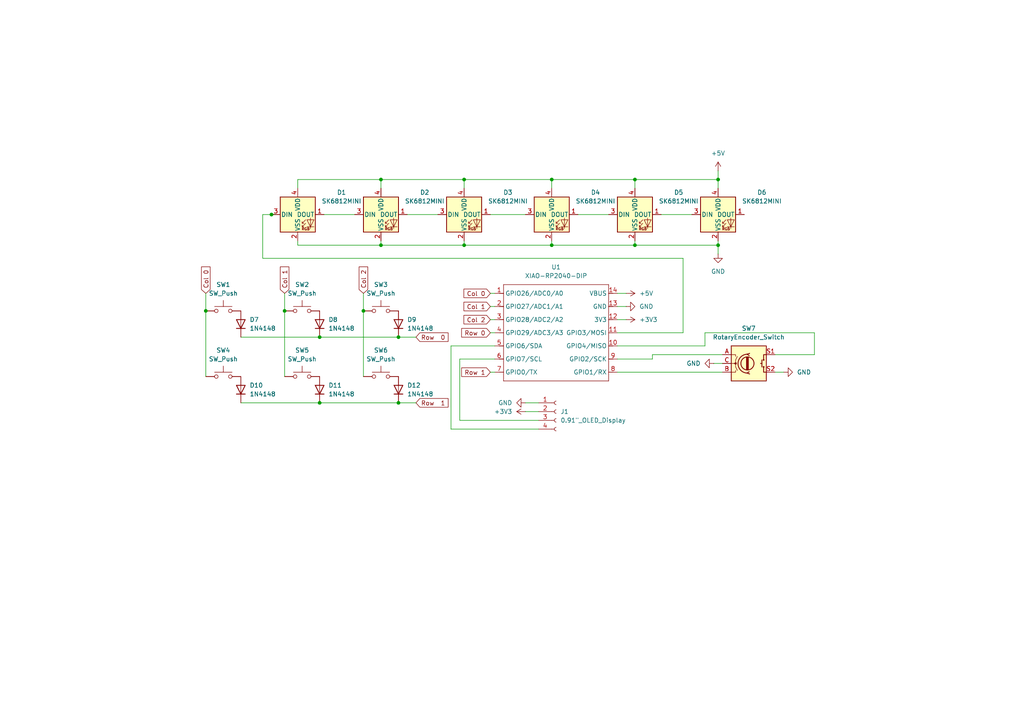
<source format=kicad_sch>
(kicad_sch
	(version 20250114)
	(generator "eeschema")
	(generator_version "9.0")
	(uuid "a9b92973-bd58-4ae9-8901-34345d00ca59")
	(paper "A4")
	(lib_symbols
		(symbol "1N4148_1"
			(pin_numbers
				(hide yes)
			)
			(pin_names
				(hide yes)
			)
			(exclude_from_sim no)
			(in_bom yes)
			(on_board yes)
			(property "Reference" "D"
				(at 0 2.54 0)
				(effects
					(font
						(size 1.27 1.27)
					)
				)
			)
			(property "Value" "1N4148"
				(at 0 -2.54 0)
				(effects
					(font
						(size 1.27 1.27)
					)
				)
			)
			(property "Footprint" "Diode_THT:D_DO-35_SOD27_P7.62mm_Horizontal"
				(at 0 0 0)
				(effects
					(font
						(size 1.27 1.27)
					)
					(hide yes)
				)
			)
			(property "Datasheet" "https://assets.nexperia.com/documents/data-sheet/1N4148_1N4448.pdf"
				(at 0 0 0)
				(effects
					(font
						(size 1.27 1.27)
					)
					(hide yes)
				)
			)
			(property "Description" "100V 0.15A standard switching diode, DO-35"
				(at 0 0 0)
				(effects
					(font
						(size 1.27 1.27)
					)
					(hide yes)
				)
			)
			(property "Sim.Device" "D"
				(at 0 0 0)
				(effects
					(font
						(size 1.27 1.27)
					)
					(hide yes)
				)
			)
			(property "Sim.Pins" "1=K 2=A"
				(at 0 0 0)
				(effects
					(font
						(size 1.27 1.27)
					)
					(hide yes)
				)
			)
			(property "ki_keywords" "diode"
				(at 0 0 0)
				(effects
					(font
						(size 1.27 1.27)
					)
					(hide yes)
				)
			)
			(property "ki_fp_filters" "D*DO?35*"
				(at 0 0 0)
				(effects
					(font
						(size 1.27 1.27)
					)
					(hide yes)
				)
			)
			(symbol "1N4148_1_0_1"
				(polyline
					(pts
						(xy -1.27 1.27) (xy -1.27 -1.27)
					)
					(stroke
						(width 0.254)
						(type default)
					)
					(fill
						(type none)
					)
				)
				(polyline
					(pts
						(xy 1.27 1.27) (xy 1.27 -1.27) (xy -1.27 0) (xy 1.27 1.27)
					)
					(stroke
						(width 0.254)
						(type default)
					)
					(fill
						(type none)
					)
				)
				(polyline
					(pts
						(xy 1.27 0) (xy -1.27 0)
					)
					(stroke
						(width 0)
						(type default)
					)
					(fill
						(type none)
					)
				)
			)
			(symbol "1N4148_1_1_1"
				(pin passive line
					(at -3.81 0 0)
					(length 2.54)
					(name "K"
						(effects
							(font
								(size 1.27 1.27)
							)
						)
					)
					(number "1"
						(effects
							(font
								(size 1.27 1.27)
							)
						)
					)
				)
				(pin passive line
					(at 3.81 0 180)
					(length 2.54)
					(name "A"
						(effects
							(font
								(size 1.27 1.27)
							)
						)
					)
					(number "2"
						(effects
							(font
								(size 1.27 1.27)
							)
						)
					)
				)
			)
			(embedded_fonts no)
		)
		(symbol "1N4148_2"
			(pin_numbers
				(hide yes)
			)
			(pin_names
				(hide yes)
			)
			(exclude_from_sim no)
			(in_bom yes)
			(on_board yes)
			(property "Reference" "D"
				(at 0 2.54 0)
				(effects
					(font
						(size 1.27 1.27)
					)
				)
			)
			(property "Value" "1N4148"
				(at 0 -2.54 0)
				(effects
					(font
						(size 1.27 1.27)
					)
				)
			)
			(property "Footprint" "Diode_THT:D_DO-35_SOD27_P7.62mm_Horizontal"
				(at 0 0 0)
				(effects
					(font
						(size 1.27 1.27)
					)
					(hide yes)
				)
			)
			(property "Datasheet" "https://assets.nexperia.com/documents/data-sheet/1N4148_1N4448.pdf"
				(at 0 0 0)
				(effects
					(font
						(size 1.27 1.27)
					)
					(hide yes)
				)
			)
			(property "Description" "100V 0.15A standard switching diode, DO-35"
				(at 0 0 0)
				(effects
					(font
						(size 1.27 1.27)
					)
					(hide yes)
				)
			)
			(property "Sim.Device" "D"
				(at 0 0 0)
				(effects
					(font
						(size 1.27 1.27)
					)
					(hide yes)
				)
			)
			(property "Sim.Pins" "1=K 2=A"
				(at 0 0 0)
				(effects
					(font
						(size 1.27 1.27)
					)
					(hide yes)
				)
			)
			(property "ki_keywords" "diode"
				(at 0 0 0)
				(effects
					(font
						(size 1.27 1.27)
					)
					(hide yes)
				)
			)
			(property "ki_fp_filters" "D*DO?35*"
				(at 0 0 0)
				(effects
					(font
						(size 1.27 1.27)
					)
					(hide yes)
				)
			)
			(symbol "1N4148_2_0_1"
				(polyline
					(pts
						(xy -1.27 1.27) (xy -1.27 -1.27)
					)
					(stroke
						(width 0.254)
						(type default)
					)
					(fill
						(type none)
					)
				)
				(polyline
					(pts
						(xy 1.27 1.27) (xy 1.27 -1.27) (xy -1.27 0) (xy 1.27 1.27)
					)
					(stroke
						(width 0.254)
						(type default)
					)
					(fill
						(type none)
					)
				)
				(polyline
					(pts
						(xy 1.27 0) (xy -1.27 0)
					)
					(stroke
						(width 0)
						(type default)
					)
					(fill
						(type none)
					)
				)
			)
			(symbol "1N4148_2_1_1"
				(pin passive line
					(at -3.81 0 0)
					(length 2.54)
					(name "K"
						(effects
							(font
								(size 1.27 1.27)
							)
						)
					)
					(number "1"
						(effects
							(font
								(size 1.27 1.27)
							)
						)
					)
				)
				(pin passive line
					(at 3.81 0 180)
					(length 2.54)
					(name "A"
						(effects
							(font
								(size 1.27 1.27)
							)
						)
					)
					(number "2"
						(effects
							(font
								(size 1.27 1.27)
							)
						)
					)
				)
			)
			(embedded_fonts no)
		)
		(symbol "Connector:Conn_01x04_Socket"
			(pin_names
				(offset 1.016)
				(hide yes)
			)
			(exclude_from_sim no)
			(in_bom yes)
			(on_board yes)
			(property "Reference" "J"
				(at 0 5.08 0)
				(effects
					(font
						(size 1.27 1.27)
					)
				)
			)
			(property "Value" "Conn_01x04_Socket"
				(at 0 -7.62 0)
				(effects
					(font
						(size 1.27 1.27)
					)
				)
			)
			(property "Footprint" ""
				(at 0 0 0)
				(effects
					(font
						(size 1.27 1.27)
					)
					(hide yes)
				)
			)
			(property "Datasheet" "~"
				(at 0 0 0)
				(effects
					(font
						(size 1.27 1.27)
					)
					(hide yes)
				)
			)
			(property "Description" "Generic connector, single row, 01x04, script generated"
				(at 0 0 0)
				(effects
					(font
						(size 1.27 1.27)
					)
					(hide yes)
				)
			)
			(property "ki_locked" ""
				(at 0 0 0)
				(effects
					(font
						(size 1.27 1.27)
					)
				)
			)
			(property "ki_keywords" "connector"
				(at 0 0 0)
				(effects
					(font
						(size 1.27 1.27)
					)
					(hide yes)
				)
			)
			(property "ki_fp_filters" "Connector*:*_1x??_*"
				(at 0 0 0)
				(effects
					(font
						(size 1.27 1.27)
					)
					(hide yes)
				)
			)
			(symbol "Conn_01x04_Socket_1_1"
				(polyline
					(pts
						(xy -1.27 2.54) (xy -0.508 2.54)
					)
					(stroke
						(width 0.1524)
						(type default)
					)
					(fill
						(type none)
					)
				)
				(polyline
					(pts
						(xy -1.27 0) (xy -0.508 0)
					)
					(stroke
						(width 0.1524)
						(type default)
					)
					(fill
						(type none)
					)
				)
				(polyline
					(pts
						(xy -1.27 -2.54) (xy -0.508 -2.54)
					)
					(stroke
						(width 0.1524)
						(type default)
					)
					(fill
						(type none)
					)
				)
				(polyline
					(pts
						(xy -1.27 -5.08) (xy -0.508 -5.08)
					)
					(stroke
						(width 0.1524)
						(type default)
					)
					(fill
						(type none)
					)
				)
				(arc
					(start 0 2.032)
					(mid -0.5058 2.54)
					(end 0 3.048)
					(stroke
						(width 0.1524)
						(type default)
					)
					(fill
						(type none)
					)
				)
				(arc
					(start 0 -0.508)
					(mid -0.5058 0)
					(end 0 0.508)
					(stroke
						(width 0.1524)
						(type default)
					)
					(fill
						(type none)
					)
				)
				(arc
					(start 0 -3.048)
					(mid -0.5058 -2.54)
					(end 0 -2.032)
					(stroke
						(width 0.1524)
						(type default)
					)
					(fill
						(type none)
					)
				)
				(arc
					(start 0 -5.588)
					(mid -0.5058 -5.08)
					(end 0 -4.572)
					(stroke
						(width 0.1524)
						(type default)
					)
					(fill
						(type none)
					)
				)
				(pin passive line
					(at -5.08 2.54 0)
					(length 3.81)
					(name "Pin_1"
						(effects
							(font
								(size 1.27 1.27)
							)
						)
					)
					(number "1"
						(effects
							(font
								(size 1.27 1.27)
							)
						)
					)
				)
				(pin passive line
					(at -5.08 0 0)
					(length 3.81)
					(name "Pin_2"
						(effects
							(font
								(size 1.27 1.27)
							)
						)
					)
					(number "2"
						(effects
							(font
								(size 1.27 1.27)
							)
						)
					)
				)
				(pin passive line
					(at -5.08 -2.54 0)
					(length 3.81)
					(name "Pin_3"
						(effects
							(font
								(size 1.27 1.27)
							)
						)
					)
					(number "3"
						(effects
							(font
								(size 1.27 1.27)
							)
						)
					)
				)
				(pin passive line
					(at -5.08 -5.08 0)
					(length 3.81)
					(name "Pin_4"
						(effects
							(font
								(size 1.27 1.27)
							)
						)
					)
					(number "4"
						(effects
							(font
								(size 1.27 1.27)
							)
						)
					)
				)
			)
			(embedded_fonts no)
		)
		(symbol "Device:RotaryEncoder_Switch"
			(pin_names
				(offset 0.254)
				(hide yes)
			)
			(exclude_from_sim no)
			(in_bom yes)
			(on_board yes)
			(property "Reference" "SW"
				(at 0 6.604 0)
				(effects
					(font
						(size 1.27 1.27)
					)
				)
			)
			(property "Value" "RotaryEncoder_Switch"
				(at 0 -6.604 0)
				(effects
					(font
						(size 1.27 1.27)
					)
				)
			)
			(property "Footprint" ""
				(at -3.81 4.064 0)
				(effects
					(font
						(size 1.27 1.27)
					)
					(hide yes)
				)
			)
			(property "Datasheet" "~"
				(at 0 6.604 0)
				(effects
					(font
						(size 1.27 1.27)
					)
					(hide yes)
				)
			)
			(property "Description" "Rotary encoder, dual channel, incremental quadrate outputs, with switch"
				(at 0 0 0)
				(effects
					(font
						(size 1.27 1.27)
					)
					(hide yes)
				)
			)
			(property "ki_keywords" "rotary switch encoder switch push button"
				(at 0 0 0)
				(effects
					(font
						(size 1.27 1.27)
					)
					(hide yes)
				)
			)
			(property "ki_fp_filters" "RotaryEncoder*Switch*"
				(at 0 0 0)
				(effects
					(font
						(size 1.27 1.27)
					)
					(hide yes)
				)
			)
			(symbol "RotaryEncoder_Switch_0_1"
				(rectangle
					(start -5.08 5.08)
					(end 5.08 -5.08)
					(stroke
						(width 0.254)
						(type default)
					)
					(fill
						(type background)
					)
				)
				(polyline
					(pts
						(xy -5.08 2.54) (xy -3.81 2.54) (xy -3.81 2.032)
					)
					(stroke
						(width 0)
						(type default)
					)
					(fill
						(type none)
					)
				)
				(polyline
					(pts
						(xy -5.08 0) (xy -3.81 0) (xy -3.81 -1.016) (xy -3.302 -2.032)
					)
					(stroke
						(width 0)
						(type default)
					)
					(fill
						(type none)
					)
				)
				(polyline
					(pts
						(xy -5.08 -2.54) (xy -3.81 -2.54) (xy -3.81 -2.032)
					)
					(stroke
						(width 0)
						(type default)
					)
					(fill
						(type none)
					)
				)
				(polyline
					(pts
						(xy -4.318 0) (xy -3.81 0) (xy -3.81 1.016) (xy -3.302 2.032)
					)
					(stroke
						(width 0)
						(type default)
					)
					(fill
						(type none)
					)
				)
				(circle
					(center -3.81 0)
					(radius 0.254)
					(stroke
						(width 0)
						(type default)
					)
					(fill
						(type outline)
					)
				)
				(polyline
					(pts
						(xy -0.635 -1.778) (xy -0.635 1.778)
					)
					(stroke
						(width 0.254)
						(type default)
					)
					(fill
						(type none)
					)
				)
				(circle
					(center -0.381 0)
					(radius 1.905)
					(stroke
						(width 0.254)
						(type default)
					)
					(fill
						(type none)
					)
				)
				(polyline
					(pts
						(xy -0.381 -1.778) (xy -0.381 1.778)
					)
					(stroke
						(width 0.254)
						(type default)
					)
					(fill
						(type none)
					)
				)
				(arc
					(start -0.381 -2.794)
					(mid -3.0988 -0.0635)
					(end -0.381 2.667)
					(stroke
						(width 0.254)
						(type default)
					)
					(fill
						(type none)
					)
				)
				(polyline
					(pts
						(xy -0.127 1.778) (xy -0.127 -1.778)
					)
					(stroke
						(width 0.254)
						(type default)
					)
					(fill
						(type none)
					)
				)
				(polyline
					(pts
						(xy 0.254 2.921) (xy -0.508 2.667) (xy 0.127 2.286)
					)
					(stroke
						(width 0.254)
						(type default)
					)
					(fill
						(type none)
					)
				)
				(polyline
					(pts
						(xy 0.254 -3.048) (xy -0.508 -2.794) (xy 0.127 -2.413)
					)
					(stroke
						(width 0.254)
						(type default)
					)
					(fill
						(type none)
					)
				)
				(polyline
					(pts
						(xy 3.81 1.016) (xy 3.81 -1.016)
					)
					(stroke
						(width 0.254)
						(type default)
					)
					(fill
						(type none)
					)
				)
				(polyline
					(pts
						(xy 3.81 0) (xy 3.429 0)
					)
					(stroke
						(width 0.254)
						(type default)
					)
					(fill
						(type none)
					)
				)
				(circle
					(center 4.318 1.016)
					(radius 0.127)
					(stroke
						(width 0.254)
						(type default)
					)
					(fill
						(type none)
					)
				)
				(circle
					(center 4.318 -1.016)
					(radius 0.127)
					(stroke
						(width 0.254)
						(type default)
					)
					(fill
						(type none)
					)
				)
				(polyline
					(pts
						(xy 5.08 2.54) (xy 4.318 2.54) (xy 4.318 1.016)
					)
					(stroke
						(width 0.254)
						(type default)
					)
					(fill
						(type none)
					)
				)
				(polyline
					(pts
						(xy 5.08 -2.54) (xy 4.318 -2.54) (xy 4.318 -1.016)
					)
					(stroke
						(width 0.254)
						(type default)
					)
					(fill
						(type none)
					)
				)
			)
			(symbol "RotaryEncoder_Switch_1_1"
				(pin passive line
					(at -7.62 2.54 0)
					(length 2.54)
					(name "A"
						(effects
							(font
								(size 1.27 1.27)
							)
						)
					)
					(number "A"
						(effects
							(font
								(size 1.27 1.27)
							)
						)
					)
				)
				(pin passive line
					(at -7.62 0 0)
					(length 2.54)
					(name "C"
						(effects
							(font
								(size 1.27 1.27)
							)
						)
					)
					(number "C"
						(effects
							(font
								(size 1.27 1.27)
							)
						)
					)
				)
				(pin passive line
					(at -7.62 -2.54 0)
					(length 2.54)
					(name "B"
						(effects
							(font
								(size 1.27 1.27)
							)
						)
					)
					(number "B"
						(effects
							(font
								(size 1.27 1.27)
							)
						)
					)
				)
				(pin passive line
					(at 7.62 2.54 180)
					(length 2.54)
					(name "S1"
						(effects
							(font
								(size 1.27 1.27)
							)
						)
					)
					(number "S1"
						(effects
							(font
								(size 1.27 1.27)
							)
						)
					)
				)
				(pin passive line
					(at 7.62 -2.54 180)
					(length 2.54)
					(name "S2"
						(effects
							(font
								(size 1.27 1.27)
							)
						)
					)
					(number "S2"
						(effects
							(font
								(size 1.27 1.27)
							)
						)
					)
				)
			)
			(embedded_fonts no)
		)
		(symbol "Diode:1N4148"
			(pin_numbers
				(hide yes)
			)
			(pin_names
				(hide yes)
			)
			(exclude_from_sim no)
			(in_bom yes)
			(on_board yes)
			(property "Reference" "D"
				(at 0 2.54 0)
				(effects
					(font
						(size 1.27 1.27)
					)
				)
			)
			(property "Value" "1N4148"
				(at 0 -2.54 0)
				(effects
					(font
						(size 1.27 1.27)
					)
				)
			)
			(property "Footprint" "Diode_THT:D_DO-35_SOD27_P7.62mm_Horizontal"
				(at 0 0 0)
				(effects
					(font
						(size 1.27 1.27)
					)
					(hide yes)
				)
			)
			(property "Datasheet" "https://assets.nexperia.com/documents/data-sheet/1N4148_1N4448.pdf"
				(at 0 0 0)
				(effects
					(font
						(size 1.27 1.27)
					)
					(hide yes)
				)
			)
			(property "Description" "100V 0.15A standard switching diode, DO-35"
				(at 0 0 0)
				(effects
					(font
						(size 1.27 1.27)
					)
					(hide yes)
				)
			)
			(property "Sim.Device" "D"
				(at 0 0 0)
				(effects
					(font
						(size 1.27 1.27)
					)
					(hide yes)
				)
			)
			(property "Sim.Pins" "1=K 2=A"
				(at 0 0 0)
				(effects
					(font
						(size 1.27 1.27)
					)
					(hide yes)
				)
			)
			(property "ki_keywords" "diode"
				(at 0 0 0)
				(effects
					(font
						(size 1.27 1.27)
					)
					(hide yes)
				)
			)
			(property "ki_fp_filters" "D*DO?35*"
				(at 0 0 0)
				(effects
					(font
						(size 1.27 1.27)
					)
					(hide yes)
				)
			)
			(symbol "1N4148_0_1"
				(polyline
					(pts
						(xy -1.27 1.27) (xy -1.27 -1.27)
					)
					(stroke
						(width 0.254)
						(type default)
					)
					(fill
						(type none)
					)
				)
				(polyline
					(pts
						(xy 1.27 1.27) (xy 1.27 -1.27) (xy -1.27 0) (xy 1.27 1.27)
					)
					(stroke
						(width 0.254)
						(type default)
					)
					(fill
						(type none)
					)
				)
				(polyline
					(pts
						(xy 1.27 0) (xy -1.27 0)
					)
					(stroke
						(width 0)
						(type default)
					)
					(fill
						(type none)
					)
				)
			)
			(symbol "1N4148_1_1"
				(pin passive line
					(at -3.81 0 0)
					(length 2.54)
					(name "K"
						(effects
							(font
								(size 1.27 1.27)
							)
						)
					)
					(number "1"
						(effects
							(font
								(size 1.27 1.27)
							)
						)
					)
				)
				(pin passive line
					(at 3.81 0 180)
					(length 2.54)
					(name "A"
						(effects
							(font
								(size 1.27 1.27)
							)
						)
					)
					(number "2"
						(effects
							(font
								(size 1.27 1.27)
							)
						)
					)
				)
			)
			(embedded_fonts no)
		)
		(symbol "LED:SK6812MINI"
			(pin_names
				(offset 0.254)
			)
			(exclude_from_sim no)
			(in_bom yes)
			(on_board yes)
			(property "Reference" "D"
				(at 5.08 5.715 0)
				(effects
					(font
						(size 1.27 1.27)
					)
					(justify right bottom)
				)
			)
			(property "Value" "SK6812MINI"
				(at 1.27 -5.715 0)
				(effects
					(font
						(size 1.27 1.27)
					)
					(justify left top)
				)
			)
			(property "Footprint" "LED_SMD:LED_SK6812MINI_PLCC4_3.5x3.5mm_P1.75mm"
				(at 1.27 -7.62 0)
				(effects
					(font
						(size 1.27 1.27)
					)
					(justify left top)
					(hide yes)
				)
			)
			(property "Datasheet" "https://cdn-shop.adafruit.com/product-files/2686/SK6812MINI_REV.01-1-2.pdf"
				(at 2.54 -9.525 0)
				(effects
					(font
						(size 1.27 1.27)
					)
					(justify left top)
					(hide yes)
				)
			)
			(property "Description" "RGB LED with integrated controller"
				(at 0 0 0)
				(effects
					(font
						(size 1.27 1.27)
					)
					(hide yes)
				)
			)
			(property "ki_keywords" "RGB LED NeoPixel Mini addressable"
				(at 0 0 0)
				(effects
					(font
						(size 1.27 1.27)
					)
					(hide yes)
				)
			)
			(property "ki_fp_filters" "LED*SK6812MINI*PLCC*3.5x3.5mm*P1.75mm*"
				(at 0 0 0)
				(effects
					(font
						(size 1.27 1.27)
					)
					(hide yes)
				)
			)
			(symbol "SK6812MINI_0_0"
				(text "RGB"
					(at 2.286 -4.191 0)
					(effects
						(font
							(size 0.762 0.762)
						)
					)
				)
			)
			(symbol "SK6812MINI_0_1"
				(polyline
					(pts
						(xy 1.27 -2.54) (xy 1.778 -2.54)
					)
					(stroke
						(width 0)
						(type default)
					)
					(fill
						(type none)
					)
				)
				(polyline
					(pts
						(xy 1.27 -3.556) (xy 1.778 -3.556)
					)
					(stroke
						(width 0)
						(type default)
					)
					(fill
						(type none)
					)
				)
				(polyline
					(pts
						(xy 2.286 -1.524) (xy 1.27 -2.54) (xy 1.27 -2.032)
					)
					(stroke
						(width 0)
						(type default)
					)
					(fill
						(type none)
					)
				)
				(polyline
					(pts
						(xy 2.286 -2.54) (xy 1.27 -3.556) (xy 1.27 -3.048)
					)
					(stroke
						(width 0)
						(type default)
					)
					(fill
						(type none)
					)
				)
				(polyline
					(pts
						(xy 3.683 -1.016) (xy 3.683 -3.556) (xy 3.683 -4.064)
					)
					(stroke
						(width 0)
						(type default)
					)
					(fill
						(type none)
					)
				)
				(polyline
					(pts
						(xy 4.699 -1.524) (xy 2.667 -1.524) (xy 3.683 -3.556) (xy 4.699 -1.524)
					)
					(stroke
						(width 0)
						(type default)
					)
					(fill
						(type none)
					)
				)
				(polyline
					(pts
						(xy 4.699 -3.556) (xy 2.667 -3.556)
					)
					(stroke
						(width 0)
						(type default)
					)
					(fill
						(type none)
					)
				)
				(rectangle
					(start 5.08 5.08)
					(end -5.08 -5.08)
					(stroke
						(width 0.254)
						(type default)
					)
					(fill
						(type background)
					)
				)
			)
			(symbol "SK6812MINI_1_1"
				(pin input line
					(at -7.62 0 0)
					(length 2.54)
					(name "DIN"
						(effects
							(font
								(size 1.27 1.27)
							)
						)
					)
					(number "3"
						(effects
							(font
								(size 1.27 1.27)
							)
						)
					)
				)
				(pin power_in line
					(at 0 7.62 270)
					(length 2.54)
					(name "VDD"
						(effects
							(font
								(size 1.27 1.27)
							)
						)
					)
					(number "4"
						(effects
							(font
								(size 1.27 1.27)
							)
						)
					)
				)
				(pin power_in line
					(at 0 -7.62 90)
					(length 2.54)
					(name "VSS"
						(effects
							(font
								(size 1.27 1.27)
							)
						)
					)
					(number "2"
						(effects
							(font
								(size 1.27 1.27)
							)
						)
					)
				)
				(pin output line
					(at 7.62 0 180)
					(length 2.54)
					(name "DOUT"
						(effects
							(font
								(size 1.27 1.27)
							)
						)
					)
					(number "1"
						(effects
							(font
								(size 1.27 1.27)
							)
						)
					)
				)
			)
			(embedded_fonts no)
		)
		(symbol "OPL XIAO Series:XIAO-RP2040-DIP"
			(exclude_from_sim no)
			(in_bom yes)
			(on_board yes)
			(property "Reference" "U"
				(at 0 0 0)
				(effects
					(font
						(size 1.27 1.27)
					)
				)
			)
			(property "Value" "XIAO-RP2040-DIP"
				(at 5.334 -1.778 0)
				(effects
					(font
						(size 1.27 1.27)
					)
				)
			)
			(property "Footprint" "Module:MOUDLE14P-XIAO-DIP-SMD"
				(at 14.478 -32.258 0)
				(effects
					(font
						(size 1.27 1.27)
					)
					(hide yes)
				)
			)
			(property "Datasheet" ""
				(at 0 0 0)
				(effects
					(font
						(size 1.27 1.27)
					)
					(hide yes)
				)
			)
			(property "Description" ""
				(at 0 0 0)
				(effects
					(font
						(size 1.27 1.27)
					)
					(hide yes)
				)
			)
			(symbol "XIAO-RP2040-DIP_1_0"
				(polyline
					(pts
						(xy -1.27 -2.54) (xy 29.21 -2.54)
					)
					(stroke
						(width 0.1524)
						(type solid)
					)
					(fill
						(type none)
					)
				)
				(polyline
					(pts
						(xy -1.27 -5.08) (xy -2.54 -5.08)
					)
					(stroke
						(width 0.1524)
						(type solid)
					)
					(fill
						(type none)
					)
				)
				(polyline
					(pts
						(xy -1.27 -5.08) (xy -1.27 -2.54)
					)
					(stroke
						(width 0.1524)
						(type solid)
					)
					(fill
						(type none)
					)
				)
				(polyline
					(pts
						(xy -1.27 -8.89) (xy -2.54 -8.89)
					)
					(stroke
						(width 0.1524)
						(type solid)
					)
					(fill
						(type none)
					)
				)
				(polyline
					(pts
						(xy -1.27 -8.89) (xy -1.27 -5.08)
					)
					(stroke
						(width 0.1524)
						(type solid)
					)
					(fill
						(type none)
					)
				)
				(polyline
					(pts
						(xy -1.27 -12.7) (xy -2.54 -12.7)
					)
					(stroke
						(width 0.1524)
						(type solid)
					)
					(fill
						(type none)
					)
				)
				(polyline
					(pts
						(xy -1.27 -12.7) (xy -1.27 -8.89)
					)
					(stroke
						(width 0.1524)
						(type solid)
					)
					(fill
						(type none)
					)
				)
				(polyline
					(pts
						(xy -1.27 -16.51) (xy -2.54 -16.51)
					)
					(stroke
						(width 0.1524)
						(type solid)
					)
					(fill
						(type none)
					)
				)
				(polyline
					(pts
						(xy -1.27 -16.51) (xy -1.27 -12.7)
					)
					(stroke
						(width 0.1524)
						(type solid)
					)
					(fill
						(type none)
					)
				)
				(polyline
					(pts
						(xy -1.27 -20.32) (xy -2.54 -20.32)
					)
					(stroke
						(width 0.1524)
						(type solid)
					)
					(fill
						(type none)
					)
				)
				(polyline
					(pts
						(xy -1.27 -24.13) (xy -2.54 -24.13)
					)
					(stroke
						(width 0.1524)
						(type solid)
					)
					(fill
						(type none)
					)
				)
				(polyline
					(pts
						(xy -1.27 -27.94) (xy -2.54 -27.94)
					)
					(stroke
						(width 0.1524)
						(type solid)
					)
					(fill
						(type none)
					)
				)
				(polyline
					(pts
						(xy -1.27 -30.48) (xy -1.27 -16.51)
					)
					(stroke
						(width 0.1524)
						(type solid)
					)
					(fill
						(type none)
					)
				)
				(polyline
					(pts
						(xy 29.21 -2.54) (xy 29.21 -5.08)
					)
					(stroke
						(width 0.1524)
						(type solid)
					)
					(fill
						(type none)
					)
				)
				(polyline
					(pts
						(xy 29.21 -5.08) (xy 29.21 -8.89)
					)
					(stroke
						(width 0.1524)
						(type solid)
					)
					(fill
						(type none)
					)
				)
				(polyline
					(pts
						(xy 29.21 -8.89) (xy 29.21 -12.7)
					)
					(stroke
						(width 0.1524)
						(type solid)
					)
					(fill
						(type none)
					)
				)
				(polyline
					(pts
						(xy 29.21 -12.7) (xy 29.21 -30.48)
					)
					(stroke
						(width 0.1524)
						(type solid)
					)
					(fill
						(type none)
					)
				)
				(polyline
					(pts
						(xy 29.21 -30.48) (xy -1.27 -30.48)
					)
					(stroke
						(width 0.1524)
						(type solid)
					)
					(fill
						(type none)
					)
				)
				(polyline
					(pts
						(xy 30.48 -5.08) (xy 29.21 -5.08)
					)
					(stroke
						(width 0.1524)
						(type solid)
					)
					(fill
						(type none)
					)
				)
				(polyline
					(pts
						(xy 30.48 -8.89) (xy 29.21 -8.89)
					)
					(stroke
						(width 0.1524)
						(type solid)
					)
					(fill
						(type none)
					)
				)
				(polyline
					(pts
						(xy 30.48 -12.7) (xy 29.21 -12.7)
					)
					(stroke
						(width 0.1524)
						(type solid)
					)
					(fill
						(type none)
					)
				)
				(polyline
					(pts
						(xy 30.48 -16.51) (xy 29.21 -16.51)
					)
					(stroke
						(width 0.1524)
						(type solid)
					)
					(fill
						(type none)
					)
				)
				(polyline
					(pts
						(xy 30.48 -20.32) (xy 29.21 -20.32)
					)
					(stroke
						(width 0.1524)
						(type solid)
					)
					(fill
						(type none)
					)
				)
				(polyline
					(pts
						(xy 30.48 -24.13) (xy 29.21 -24.13)
					)
					(stroke
						(width 0.1524)
						(type solid)
					)
					(fill
						(type none)
					)
				)
				(polyline
					(pts
						(xy 30.48 -27.94) (xy 29.21 -27.94)
					)
					(stroke
						(width 0.1524)
						(type solid)
					)
					(fill
						(type none)
					)
				)
				(pin passive line
					(at -3.81 -5.08 0)
					(length 2.54)
					(name "GPIO26/ADC0/A0"
						(effects
							(font
								(size 1.27 1.27)
							)
						)
					)
					(number "1"
						(effects
							(font
								(size 1.27 1.27)
							)
						)
					)
				)
				(pin passive line
					(at -3.81 -8.89 0)
					(length 2.54)
					(name "GPIO27/ADC1/A1"
						(effects
							(font
								(size 1.27 1.27)
							)
						)
					)
					(number "2"
						(effects
							(font
								(size 1.27 1.27)
							)
						)
					)
				)
				(pin passive line
					(at -3.81 -12.7 0)
					(length 2.54)
					(name "GPIO28/ADC2/A2"
						(effects
							(font
								(size 1.27 1.27)
							)
						)
					)
					(number "3"
						(effects
							(font
								(size 1.27 1.27)
							)
						)
					)
				)
				(pin passive line
					(at -3.81 -16.51 0)
					(length 2.54)
					(name "GPIO29/ADC3/A3"
						(effects
							(font
								(size 1.27 1.27)
							)
						)
					)
					(number "4"
						(effects
							(font
								(size 1.27 1.27)
							)
						)
					)
				)
				(pin passive line
					(at -3.81 -20.32 0)
					(length 2.54)
					(name "GPIO6/SDA"
						(effects
							(font
								(size 1.27 1.27)
							)
						)
					)
					(number "5"
						(effects
							(font
								(size 1.27 1.27)
							)
						)
					)
				)
				(pin passive line
					(at -3.81 -24.13 0)
					(length 2.54)
					(name "GPIO7/SCL"
						(effects
							(font
								(size 1.27 1.27)
							)
						)
					)
					(number "6"
						(effects
							(font
								(size 1.27 1.27)
							)
						)
					)
				)
				(pin passive line
					(at -3.81 -27.94 0)
					(length 2.54)
					(name "GPIO0/TX"
						(effects
							(font
								(size 1.27 1.27)
							)
						)
					)
					(number "7"
						(effects
							(font
								(size 1.27 1.27)
							)
						)
					)
				)
				(pin passive line
					(at 31.75 -5.08 180)
					(length 2.54)
					(name "VBUS"
						(effects
							(font
								(size 1.27 1.27)
							)
						)
					)
					(number "14"
						(effects
							(font
								(size 1.27 1.27)
							)
						)
					)
				)
				(pin passive line
					(at 31.75 -8.89 180)
					(length 2.54)
					(name "GND"
						(effects
							(font
								(size 1.27 1.27)
							)
						)
					)
					(number "13"
						(effects
							(font
								(size 1.27 1.27)
							)
						)
					)
				)
				(pin passive line
					(at 31.75 -12.7 180)
					(length 2.54)
					(name "3V3"
						(effects
							(font
								(size 1.27 1.27)
							)
						)
					)
					(number "12"
						(effects
							(font
								(size 1.27 1.27)
							)
						)
					)
				)
				(pin passive line
					(at 31.75 -16.51 180)
					(length 2.54)
					(name "GPIO3/MOSI"
						(effects
							(font
								(size 1.27 1.27)
							)
						)
					)
					(number "11"
						(effects
							(font
								(size 1.27 1.27)
							)
						)
					)
				)
				(pin passive line
					(at 31.75 -20.32 180)
					(length 2.54)
					(name "GPIO4/MISO"
						(effects
							(font
								(size 1.27 1.27)
							)
						)
					)
					(number "10"
						(effects
							(font
								(size 1.27 1.27)
							)
						)
					)
				)
				(pin passive line
					(at 31.75 -24.13 180)
					(length 2.54)
					(name "GPIO2/SCK"
						(effects
							(font
								(size 1.27 1.27)
							)
						)
					)
					(number "9"
						(effects
							(font
								(size 1.27 1.27)
							)
						)
					)
				)
				(pin passive line
					(at 31.75 -27.94 180)
					(length 2.54)
					(name "GPIO1/RX"
						(effects
							(font
								(size 1.27 1.27)
							)
						)
					)
					(number "8"
						(effects
							(font
								(size 1.27 1.27)
							)
						)
					)
				)
			)
			(embedded_fonts no)
		)
		(symbol "SW_Push_1"
			(pin_numbers
				(hide yes)
			)
			(pin_names
				(offset 1.016)
				(hide yes)
			)
			(exclude_from_sim no)
			(in_bom yes)
			(on_board yes)
			(property "Reference" "SW"
				(at 1.27 2.54 0)
				(effects
					(font
						(size 1.27 1.27)
					)
					(justify left)
				)
			)
			(property "Value" "SW_Push"
				(at 0 -1.524 0)
				(effects
					(font
						(size 1.27 1.27)
					)
				)
			)
			(property "Footprint" ""
				(at 0 5.08 0)
				(effects
					(font
						(size 1.27 1.27)
					)
					(hide yes)
				)
			)
			(property "Datasheet" "~"
				(at 0 5.08 0)
				(effects
					(font
						(size 1.27 1.27)
					)
					(hide yes)
				)
			)
			(property "Description" "Push button switch, generic, two pins"
				(at 0 0 0)
				(effects
					(font
						(size 1.27 1.27)
					)
					(hide yes)
				)
			)
			(property "ki_keywords" "switch normally-open pushbutton push-button"
				(at 0 0 0)
				(effects
					(font
						(size 1.27 1.27)
					)
					(hide yes)
				)
			)
			(symbol "SW_Push_1_0_1"
				(circle
					(center -2.032 0)
					(radius 0.508)
					(stroke
						(width 0)
						(type default)
					)
					(fill
						(type none)
					)
				)
				(polyline
					(pts
						(xy 0 1.27) (xy 0 3.048)
					)
					(stroke
						(width 0)
						(type default)
					)
					(fill
						(type none)
					)
				)
				(circle
					(center 2.032 0)
					(radius 0.508)
					(stroke
						(width 0)
						(type default)
					)
					(fill
						(type none)
					)
				)
				(polyline
					(pts
						(xy 2.54 1.27) (xy -2.54 1.27)
					)
					(stroke
						(width 0)
						(type default)
					)
					(fill
						(type none)
					)
				)
				(pin passive line
					(at -5.08 0 0)
					(length 2.54)
					(name "1"
						(effects
							(font
								(size 1.27 1.27)
							)
						)
					)
					(number "1"
						(effects
							(font
								(size 1.27 1.27)
							)
						)
					)
				)
				(pin passive line
					(at 5.08 0 180)
					(length 2.54)
					(name "2"
						(effects
							(font
								(size 1.27 1.27)
							)
						)
					)
					(number "2"
						(effects
							(font
								(size 1.27 1.27)
							)
						)
					)
				)
			)
			(embedded_fonts no)
		)
		(symbol "Switch:SW_Push"
			(pin_numbers
				(hide yes)
			)
			(pin_names
				(offset 1.016)
				(hide yes)
			)
			(exclude_from_sim no)
			(in_bom yes)
			(on_board yes)
			(property "Reference" "SW"
				(at 1.27 2.54 0)
				(effects
					(font
						(size 1.27 1.27)
					)
					(justify left)
				)
			)
			(property "Value" "SW_Push"
				(at 0 -1.524 0)
				(effects
					(font
						(size 1.27 1.27)
					)
				)
			)
			(property "Footprint" ""
				(at 0 5.08 0)
				(effects
					(font
						(size 1.27 1.27)
					)
					(hide yes)
				)
			)
			(property "Datasheet" "~"
				(at 0 5.08 0)
				(effects
					(font
						(size 1.27 1.27)
					)
					(hide yes)
				)
			)
			(property "Description" "Push button switch, generic, two pins"
				(at 0 0 0)
				(effects
					(font
						(size 1.27 1.27)
					)
					(hide yes)
				)
			)
			(property "ki_keywords" "switch normally-open pushbutton push-button"
				(at 0 0 0)
				(effects
					(font
						(size 1.27 1.27)
					)
					(hide yes)
				)
			)
			(symbol "SW_Push_0_1"
				(circle
					(center -2.032 0)
					(radius 0.508)
					(stroke
						(width 0)
						(type default)
					)
					(fill
						(type none)
					)
				)
				(polyline
					(pts
						(xy 0 1.27) (xy 0 3.048)
					)
					(stroke
						(width 0)
						(type default)
					)
					(fill
						(type none)
					)
				)
				(circle
					(center 2.032 0)
					(radius 0.508)
					(stroke
						(width 0)
						(type default)
					)
					(fill
						(type none)
					)
				)
				(polyline
					(pts
						(xy 2.54 1.27) (xy -2.54 1.27)
					)
					(stroke
						(width 0)
						(type default)
					)
					(fill
						(type none)
					)
				)
				(pin passive line
					(at -5.08 0 0)
					(length 2.54)
					(name "1"
						(effects
							(font
								(size 1.27 1.27)
							)
						)
					)
					(number "1"
						(effects
							(font
								(size 1.27 1.27)
							)
						)
					)
				)
				(pin passive line
					(at 5.08 0 180)
					(length 2.54)
					(name "2"
						(effects
							(font
								(size 1.27 1.27)
							)
						)
					)
					(number "2"
						(effects
							(font
								(size 1.27 1.27)
							)
						)
					)
				)
			)
			(embedded_fonts no)
		)
		(symbol "power:+3V3"
			(power)
			(pin_numbers
				(hide yes)
			)
			(pin_names
				(offset 0)
				(hide yes)
			)
			(exclude_from_sim no)
			(in_bom yes)
			(on_board yes)
			(property "Reference" "#PWR"
				(at 0 -3.81 0)
				(effects
					(font
						(size 1.27 1.27)
					)
					(hide yes)
				)
			)
			(property "Value" "+3V3"
				(at 0 3.556 0)
				(effects
					(font
						(size 1.27 1.27)
					)
				)
			)
			(property "Footprint" ""
				(at 0 0 0)
				(effects
					(font
						(size 1.27 1.27)
					)
					(hide yes)
				)
			)
			(property "Datasheet" ""
				(at 0 0 0)
				(effects
					(font
						(size 1.27 1.27)
					)
					(hide yes)
				)
			)
			(property "Description" "Power symbol creates a global label with name \"+3V3\""
				(at 0 0 0)
				(effects
					(font
						(size 1.27 1.27)
					)
					(hide yes)
				)
			)
			(property "ki_keywords" "global power"
				(at 0 0 0)
				(effects
					(font
						(size 1.27 1.27)
					)
					(hide yes)
				)
			)
			(symbol "+3V3_0_1"
				(polyline
					(pts
						(xy -0.762 1.27) (xy 0 2.54)
					)
					(stroke
						(width 0)
						(type default)
					)
					(fill
						(type none)
					)
				)
				(polyline
					(pts
						(xy 0 2.54) (xy 0.762 1.27)
					)
					(stroke
						(width 0)
						(type default)
					)
					(fill
						(type none)
					)
				)
				(polyline
					(pts
						(xy 0 0) (xy 0 2.54)
					)
					(stroke
						(width 0)
						(type default)
					)
					(fill
						(type none)
					)
				)
			)
			(symbol "+3V3_1_1"
				(pin power_in line
					(at 0 0 90)
					(length 0)
					(name "~"
						(effects
							(font
								(size 1.27 1.27)
							)
						)
					)
					(number "1"
						(effects
							(font
								(size 1.27 1.27)
							)
						)
					)
				)
			)
			(embedded_fonts no)
		)
		(symbol "power:+5V"
			(power)
			(pin_numbers
				(hide yes)
			)
			(pin_names
				(offset 0)
				(hide yes)
			)
			(exclude_from_sim no)
			(in_bom yes)
			(on_board yes)
			(property "Reference" "#PWR"
				(at 0 -3.81 0)
				(effects
					(font
						(size 1.27 1.27)
					)
					(hide yes)
				)
			)
			(property "Value" "+5V"
				(at 0 3.556 0)
				(effects
					(font
						(size 1.27 1.27)
					)
				)
			)
			(property "Footprint" ""
				(at 0 0 0)
				(effects
					(font
						(size 1.27 1.27)
					)
					(hide yes)
				)
			)
			(property "Datasheet" ""
				(at 0 0 0)
				(effects
					(font
						(size 1.27 1.27)
					)
					(hide yes)
				)
			)
			(property "Description" "Power symbol creates a global label with name \"+5V\""
				(at 0 0 0)
				(effects
					(font
						(size 1.27 1.27)
					)
					(hide yes)
				)
			)
			(property "ki_keywords" "global power"
				(at 0 0 0)
				(effects
					(font
						(size 1.27 1.27)
					)
					(hide yes)
				)
			)
			(symbol "+5V_0_1"
				(polyline
					(pts
						(xy -0.762 1.27) (xy 0 2.54)
					)
					(stroke
						(width 0)
						(type default)
					)
					(fill
						(type none)
					)
				)
				(polyline
					(pts
						(xy 0 2.54) (xy 0.762 1.27)
					)
					(stroke
						(width 0)
						(type default)
					)
					(fill
						(type none)
					)
				)
				(polyline
					(pts
						(xy 0 0) (xy 0 2.54)
					)
					(stroke
						(width 0)
						(type default)
					)
					(fill
						(type none)
					)
				)
			)
			(symbol "+5V_1_1"
				(pin power_in line
					(at 0 0 90)
					(length 0)
					(name "~"
						(effects
							(font
								(size 1.27 1.27)
							)
						)
					)
					(number "1"
						(effects
							(font
								(size 1.27 1.27)
							)
						)
					)
				)
			)
			(embedded_fonts no)
		)
		(symbol "power:GND"
			(power)
			(pin_numbers
				(hide yes)
			)
			(pin_names
				(offset 0)
				(hide yes)
			)
			(exclude_from_sim no)
			(in_bom yes)
			(on_board yes)
			(property "Reference" "#PWR"
				(at 0 -6.35 0)
				(effects
					(font
						(size 1.27 1.27)
					)
					(hide yes)
				)
			)
			(property "Value" "GND"
				(at 0 -3.81 0)
				(effects
					(font
						(size 1.27 1.27)
					)
				)
			)
			(property "Footprint" ""
				(at 0 0 0)
				(effects
					(font
						(size 1.27 1.27)
					)
					(hide yes)
				)
			)
			(property "Datasheet" ""
				(at 0 0 0)
				(effects
					(font
						(size 1.27 1.27)
					)
					(hide yes)
				)
			)
			(property "Description" "Power symbol creates a global label with name \"GND\" , ground"
				(at 0 0 0)
				(effects
					(font
						(size 1.27 1.27)
					)
					(hide yes)
				)
			)
			(property "ki_keywords" "global power"
				(at 0 0 0)
				(effects
					(font
						(size 1.27 1.27)
					)
					(hide yes)
				)
			)
			(symbol "GND_0_1"
				(polyline
					(pts
						(xy 0 0) (xy 0 -1.27) (xy 1.27 -1.27) (xy 0 -2.54) (xy -1.27 -1.27) (xy 0 -1.27)
					)
					(stroke
						(width 0)
						(type default)
					)
					(fill
						(type none)
					)
				)
			)
			(symbol "GND_1_1"
				(pin power_in line
					(at 0 0 270)
					(length 0)
					(name "~"
						(effects
							(font
								(size 1.27 1.27)
							)
						)
					)
					(number "1"
						(effects
							(font
								(size 1.27 1.27)
							)
						)
					)
				)
			)
			(embedded_fonts no)
		)
	)
	(junction
		(at 208.28 71.12)
		(diameter 0)
		(color 0 0 0 0)
		(uuid "107f7637-1036-4a1f-8b29-3ca44df729f9")
	)
	(junction
		(at 78.74 62.23)
		(diameter 0)
		(color 0 0 0 0)
		(uuid "1354c6a8-a330-43ca-85f6-045cf49f217b")
	)
	(junction
		(at 59.69 90.17)
		(diameter 0)
		(color 0 0 0 0)
		(uuid "1e70f9ec-19b2-4f38-af3d-968790ee3639")
	)
	(junction
		(at 134.62 71.12)
		(diameter 0)
		(color 0 0 0 0)
		(uuid "2c3d7fe9-9ad5-4280-863e-e487ac21ae72")
	)
	(junction
		(at 115.57 97.79)
		(diameter 0)
		(color 0 0 0 0)
		(uuid "400606d4-c5a0-42cd-b4a7-36894ca48ab3")
	)
	(junction
		(at 92.71 97.79)
		(diameter 0)
		(color 0 0 0 0)
		(uuid "45e8f497-6704-434c-b861-4541c4cc1635")
	)
	(junction
		(at 184.15 52.07)
		(diameter 0)
		(color 0 0 0 0)
		(uuid "5df4e094-0aa0-4496-a1e3-d6c18bb33929")
	)
	(junction
		(at 160.02 71.12)
		(diameter 0)
		(color 0 0 0 0)
		(uuid "6905985d-c145-4538-bf1e-03e3813ebad0")
	)
	(junction
		(at 184.15 71.12)
		(diameter 0)
		(color 0 0 0 0)
		(uuid "6c908891-2b1d-46f9-86db-551f45c05f39")
	)
	(junction
		(at 134.62 52.07)
		(diameter 0)
		(color 0 0 0 0)
		(uuid "7eda18e5-691f-46da-8fc7-5832ded3d7e2")
	)
	(junction
		(at 105.41 90.17)
		(diameter 0)
		(color 0 0 0 0)
		(uuid "92703049-391d-4f42-927c-1b0b5ab15e22")
	)
	(junction
		(at 160.02 52.07)
		(diameter 0)
		(color 0 0 0 0)
		(uuid "92bcaefb-eda7-49fa-ab5a-b854e897b223")
	)
	(junction
		(at 92.71 116.84)
		(diameter 0)
		(color 0 0 0 0)
		(uuid "9c3b6622-a915-430c-99f9-af53dcfadc06")
	)
	(junction
		(at 82.55 90.17)
		(diameter 0)
		(color 0 0 0 0)
		(uuid "af9cfdc8-b200-4bb2-ae94-be49622d416e")
	)
	(junction
		(at 110.49 52.07)
		(diameter 0)
		(color 0 0 0 0)
		(uuid "d1da43e1-3f65-46b3-9718-c1e93222fc1e")
	)
	(junction
		(at 115.57 116.84)
		(diameter 0)
		(color 0 0 0 0)
		(uuid "e706bbd5-f9f2-46cf-81db-5da5d7a7b7b1")
	)
	(junction
		(at 208.28 52.07)
		(diameter 0)
		(color 0 0 0 0)
		(uuid "f6e3abc6-f3ec-4919-8389-432aec0c123e")
	)
	(junction
		(at 110.49 71.12)
		(diameter 0)
		(color 0 0 0 0)
		(uuid "f864473d-b960-4762-b5df-32b388fb86d0")
	)
	(wire
		(pts
			(xy 76.2 74.93) (xy 198.12 74.93)
		)
		(stroke
			(width 0)
			(type default)
		)
		(uuid "000fde8c-10c6-491a-9aff-e739a169a8a7")
	)
	(wire
		(pts
			(xy 184.15 54.61) (xy 184.15 52.07)
		)
		(stroke
			(width 0)
			(type default)
		)
		(uuid "046c3144-7577-4ca4-96f3-198d172f5e44")
	)
	(wire
		(pts
			(xy 115.57 116.84) (xy 120.65 116.84)
		)
		(stroke
			(width 0)
			(type default)
		)
		(uuid "10460bcf-4ab5-4c92-be0a-5d7241c50b3e")
	)
	(wire
		(pts
			(xy 236.22 96.52) (xy 204.47 96.52)
		)
		(stroke
			(width 0)
			(type default)
		)
		(uuid "1393aef5-e269-4761-846b-3408439b4e76")
	)
	(wire
		(pts
			(xy 179.07 100.33) (xy 204.47 100.33)
		)
		(stroke
			(width 0)
			(type default)
		)
		(uuid "14cacaee-f735-4821-b07f-5f363ffd5223")
	)
	(wire
		(pts
			(xy 142.24 62.23) (xy 152.4 62.23)
		)
		(stroke
			(width 0)
			(type default)
		)
		(uuid "197984b2-65d1-4d37-ab37-177abeda3ea2")
	)
	(wire
		(pts
			(xy 184.15 52.07) (xy 208.28 52.07)
		)
		(stroke
			(width 0)
			(type default)
		)
		(uuid "1b3308b3-4c16-49eb-8c15-e9f85331d5eb")
	)
	(wire
		(pts
			(xy 92.71 116.84) (xy 115.57 116.84)
		)
		(stroke
			(width 0)
			(type default)
		)
		(uuid "1ce87c2f-b13e-42bd-b7cf-8d21426163c6")
	)
	(wire
		(pts
			(xy 189.23 102.87) (xy 189.23 104.14)
		)
		(stroke
			(width 0)
			(type default)
		)
		(uuid "20451ab8-808c-4f9f-9ba0-4c680ae04959")
	)
	(wire
		(pts
			(xy 69.85 116.84) (xy 92.71 116.84)
		)
		(stroke
			(width 0)
			(type default)
		)
		(uuid "294bb1f6-7b49-4547-89f3-2d46c22df3ce")
	)
	(wire
		(pts
			(xy 134.62 52.07) (xy 160.02 52.07)
		)
		(stroke
			(width 0)
			(type default)
		)
		(uuid "313ba07c-663e-4e99-9f99-ba2423ef3967")
	)
	(wire
		(pts
			(xy 134.62 52.07) (xy 134.62 54.61)
		)
		(stroke
			(width 0)
			(type default)
		)
		(uuid "32e78ea2-0211-462d-9ccd-ba3d9a0460a1")
	)
	(wire
		(pts
			(xy 156.21 124.46) (xy 130.81 124.46)
		)
		(stroke
			(width 0)
			(type default)
		)
		(uuid "33c9facc-12ac-4ef6-b88b-fd594bfaf0df")
	)
	(wire
		(pts
			(xy 179.07 107.95) (xy 209.55 107.95)
		)
		(stroke
			(width 0)
			(type default)
		)
		(uuid "357e85d9-eefe-4cac-aecb-5c574de048bf")
	)
	(wire
		(pts
			(xy 152.4 116.84) (xy 156.21 116.84)
		)
		(stroke
			(width 0)
			(type default)
		)
		(uuid "35819a99-95eb-463d-aefb-4b0b61c125df")
	)
	(wire
		(pts
			(xy 130.81 124.46) (xy 130.81 100.33)
		)
		(stroke
			(width 0)
			(type default)
		)
		(uuid "4b46f287-f340-451f-90a9-d027b0509772")
	)
	(wire
		(pts
			(xy 76.2 62.23) (xy 78.74 62.23)
		)
		(stroke
			(width 0)
			(type default)
		)
		(uuid "4ee1958a-cb74-4ba2-845e-8c556341c41d")
	)
	(wire
		(pts
			(xy 115.57 97.79) (xy 120.65 97.79)
		)
		(stroke
			(width 0)
			(type default)
		)
		(uuid "4fa58534-9f58-41d9-b0d0-ba1e1cbd1923")
	)
	(wire
		(pts
			(xy 142.24 85.09) (xy 143.51 85.09)
		)
		(stroke
			(width 0)
			(type default)
		)
		(uuid "538c4ca7-05c6-4984-821a-664d57c23cff")
	)
	(wire
		(pts
			(xy 134.62 69.85) (xy 134.62 71.12)
		)
		(stroke
			(width 0)
			(type default)
		)
		(uuid "58baf678-a6f6-4455-8b37-d522bfa56830")
	)
	(wire
		(pts
			(xy 86.36 69.85) (xy 86.36 71.12)
		)
		(stroke
			(width 0)
			(type default)
		)
		(uuid "60209beb-e1d6-4153-8f96-c7c49ec4c713")
	)
	(wire
		(pts
			(xy 86.36 52.07) (xy 110.49 52.07)
		)
		(stroke
			(width 0)
			(type default)
		)
		(uuid "67c4e07b-4a2a-4d8c-addd-2a8e33893ab6")
	)
	(wire
		(pts
			(xy 167.64 62.23) (xy 176.53 62.23)
		)
		(stroke
			(width 0)
			(type default)
		)
		(uuid "6fd499e7-6d6e-4c3f-b40d-b12e6debebf2")
	)
	(wire
		(pts
			(xy 184.15 69.85) (xy 184.15 71.12)
		)
		(stroke
			(width 0)
			(type default)
		)
		(uuid "7568e2bb-136d-4381-b5e6-61f97da436af")
	)
	(wire
		(pts
			(xy 110.49 54.61) (xy 110.49 52.07)
		)
		(stroke
			(width 0)
			(type default)
		)
		(uuid "7b66a121-d194-4c11-a733-c37b9b7bde9d")
	)
	(wire
		(pts
			(xy 142.24 92.71) (xy 143.51 92.71)
		)
		(stroke
			(width 0)
			(type default)
		)
		(uuid "7bc4a929-fe83-4c6b-8d26-c3fcc87cf1d9")
	)
	(wire
		(pts
			(xy 133.35 121.92) (xy 133.35 104.14)
		)
		(stroke
			(width 0)
			(type default)
		)
		(uuid "7d0563a0-ddf9-458f-9cd3-732b81fdc9f1")
	)
	(wire
		(pts
			(xy 133.35 104.14) (xy 143.51 104.14)
		)
		(stroke
			(width 0)
			(type default)
		)
		(uuid "7d513b98-2fc0-49be-aaeb-c3bd88d45dfe")
	)
	(wire
		(pts
			(xy 69.85 97.79) (xy 92.71 97.79)
		)
		(stroke
			(width 0)
			(type default)
		)
		(uuid "800a81d3-73b5-4853-91c3-3e8fb838d7ed")
	)
	(wire
		(pts
			(xy 59.69 90.17) (xy 59.69 109.22)
		)
		(stroke
			(width 0)
			(type default)
		)
		(uuid "86e36091-8b65-4f7a-9122-9b0ab435607f")
	)
	(wire
		(pts
			(xy 105.41 90.17) (xy 105.41 109.22)
		)
		(stroke
			(width 0)
			(type default)
		)
		(uuid "880b225d-790e-4028-9a67-31de7d4c0d01")
	)
	(wire
		(pts
			(xy 152.4 119.38) (xy 156.21 119.38)
		)
		(stroke
			(width 0)
			(type default)
		)
		(uuid "88ea9d20-bb60-4d2a-8648-1124055a3043")
	)
	(wire
		(pts
			(xy 189.23 104.14) (xy 179.07 104.14)
		)
		(stroke
			(width 0)
			(type default)
		)
		(uuid "8927396f-2b4b-4d6c-8420-db3fa19481e6")
	)
	(wire
		(pts
			(xy 93.98 62.23) (xy 102.87 62.23)
		)
		(stroke
			(width 0)
			(type default)
		)
		(uuid "8f44bfb2-b5df-4f13-ba88-e58b8dd44ca8")
	)
	(wire
		(pts
			(xy 179.07 85.09) (xy 181.61 85.09)
		)
		(stroke
			(width 0)
			(type default)
		)
		(uuid "948c9b37-8b60-46ba-9a45-139687c26b53")
	)
	(wire
		(pts
			(xy 208.28 49.53) (xy 208.28 52.07)
		)
		(stroke
			(width 0)
			(type default)
		)
		(uuid "985cbd5b-2c76-4e89-861e-327e3b60186d")
	)
	(wire
		(pts
			(xy 191.77 62.23) (xy 200.66 62.23)
		)
		(stroke
			(width 0)
			(type default)
		)
		(uuid "9b0c9411-728b-4f7b-9b6c-289e92004c4d")
	)
	(wire
		(pts
			(xy 156.21 121.92) (xy 133.35 121.92)
		)
		(stroke
			(width 0)
			(type default)
		)
		(uuid "9ba62643-b4f5-40e4-9484-f6370c5f12ba")
	)
	(wire
		(pts
			(xy 142.24 88.9) (xy 143.51 88.9)
		)
		(stroke
			(width 0)
			(type default)
		)
		(uuid "a1e940d2-b8ad-4f99-ac16-572e2d22c717")
	)
	(wire
		(pts
			(xy 160.02 71.12) (xy 184.15 71.12)
		)
		(stroke
			(width 0)
			(type default)
		)
		(uuid "a567253d-ba4e-4cb3-a9eb-006ebb3086d7")
	)
	(wire
		(pts
			(xy 59.69 85.09) (xy 59.69 90.17)
		)
		(stroke
			(width 0)
			(type default)
		)
		(uuid "a592d6bc-6a9c-42e8-8442-fbb04903ff34")
	)
	(wire
		(pts
			(xy 224.79 107.95) (xy 227.33 107.95)
		)
		(stroke
			(width 0)
			(type default)
		)
		(uuid "adf102af-37d1-4278-9d76-86a19129575c")
	)
	(wire
		(pts
			(xy 142.24 107.95) (xy 143.51 107.95)
		)
		(stroke
			(width 0)
			(type default)
		)
		(uuid "ae3640b8-0735-4f0d-a010-e61cfef36585")
	)
	(wire
		(pts
			(xy 207.01 105.41) (xy 209.55 105.41)
		)
		(stroke
			(width 0)
			(type default)
		)
		(uuid "af707a65-0f65-4564-b468-a458c2354b49")
	)
	(wire
		(pts
			(xy 179.07 96.52) (xy 198.12 96.52)
		)
		(stroke
			(width 0)
			(type default)
		)
		(uuid "b0d9ae2e-4160-4b21-bf8a-919f549ad797")
	)
	(wire
		(pts
			(xy 184.15 71.12) (xy 208.28 71.12)
		)
		(stroke
			(width 0)
			(type default)
		)
		(uuid "b17b878b-acf1-450e-a625-4939c104239b")
	)
	(wire
		(pts
			(xy 179.07 88.9) (xy 181.61 88.9)
		)
		(stroke
			(width 0)
			(type default)
		)
		(uuid "b2e6f96c-f49f-4f99-a69d-302f5a699a86")
	)
	(wire
		(pts
			(xy 82.55 90.17) (xy 82.55 109.22)
		)
		(stroke
			(width 0)
			(type default)
		)
		(uuid "b2e9aa09-c0bf-4603-9ada-890eb72189c6")
	)
	(wire
		(pts
			(xy 209.55 102.87) (xy 189.23 102.87)
		)
		(stroke
			(width 0)
			(type default)
		)
		(uuid "bcace129-1d49-4152-b2da-8623f6b0c5fa")
	)
	(wire
		(pts
			(xy 82.55 85.09) (xy 82.55 90.17)
		)
		(stroke
			(width 0)
			(type default)
		)
		(uuid "be840930-ad7a-474c-a20e-c8c289ae8480")
	)
	(wire
		(pts
			(xy 110.49 71.12) (xy 86.36 71.12)
		)
		(stroke
			(width 0)
			(type default)
		)
		(uuid "c2a73bbc-60e6-4909-880c-a306a2dca1ae")
	)
	(wire
		(pts
			(xy 76.2 62.23) (xy 76.2 74.93)
		)
		(stroke
			(width 0)
			(type default)
		)
		(uuid "c39b1373-0960-45c3-93b0-8a45da0e3edc")
	)
	(wire
		(pts
			(xy 142.24 96.52) (xy 143.51 96.52)
		)
		(stroke
			(width 0)
			(type default)
		)
		(uuid "c71c6166-70b3-4fef-92fa-7251e34932f8")
	)
	(wire
		(pts
			(xy 118.11 62.23) (xy 127 62.23)
		)
		(stroke
			(width 0)
			(type default)
		)
		(uuid "c8f3481b-d2b4-4b88-8906-699ee54ab2ab")
	)
	(wire
		(pts
			(xy 78.74 62.23) (xy 80.01 62.23)
		)
		(stroke
			(width 0)
			(type default)
		)
		(uuid "caa080d8-c99e-4f1b-8ac7-0f0539a72ebf")
	)
	(wire
		(pts
			(xy 198.12 74.93) (xy 198.12 96.52)
		)
		(stroke
			(width 0)
			(type default)
		)
		(uuid "cb15842b-d5bd-4dda-8230-132c67921d1d")
	)
	(wire
		(pts
			(xy 130.81 100.33) (xy 143.51 100.33)
		)
		(stroke
			(width 0)
			(type default)
		)
		(uuid "cc654a02-34cb-40c1-8990-1a5c9c5982d9")
	)
	(wire
		(pts
			(xy 160.02 54.61) (xy 160.02 52.07)
		)
		(stroke
			(width 0)
			(type default)
		)
		(uuid "ccca4d0b-bd23-4521-8a14-e67818055bf0")
	)
	(wire
		(pts
			(xy 160.02 52.07) (xy 184.15 52.07)
		)
		(stroke
			(width 0)
			(type default)
		)
		(uuid "d02169ea-34b9-4ca3-a591-9e3e14363474")
	)
	(wire
		(pts
			(xy 105.41 85.09) (xy 105.41 90.17)
		)
		(stroke
			(width 0)
			(type default)
		)
		(uuid "d3527b02-c2e1-40c1-9246-cfc74f7c418b")
	)
	(wire
		(pts
			(xy 204.47 96.52) (xy 204.47 100.33)
		)
		(stroke
			(width 0)
			(type default)
		)
		(uuid "d3af7bac-e5a8-480d-a073-16b0d13764c6")
	)
	(wire
		(pts
			(xy 134.62 71.12) (xy 160.02 71.12)
		)
		(stroke
			(width 0)
			(type default)
		)
		(uuid "d5879bc6-79e2-4fb5-b040-cba74c351d8b")
	)
	(wire
		(pts
			(xy 208.28 71.12) (xy 208.28 69.85)
		)
		(stroke
			(width 0)
			(type default)
		)
		(uuid "db7d575c-923f-4aa7-8689-ae535bbd8726")
	)
	(wire
		(pts
			(xy 224.79 102.87) (xy 236.22 102.87)
		)
		(stroke
			(width 0)
			(type default)
		)
		(uuid "dbd794de-bc3c-4498-b270-1c14547c7509")
	)
	(wire
		(pts
			(xy 208.28 52.07) (xy 208.28 54.61)
		)
		(stroke
			(width 0)
			(type default)
		)
		(uuid "debfbc31-6219-425e-8240-db3cb9efc5b0")
	)
	(wire
		(pts
			(xy 86.36 52.07) (xy 86.36 54.61)
		)
		(stroke
			(width 0)
			(type default)
		)
		(uuid "e28952ff-33b4-4184-aa78-36eec6bec52d")
	)
	(wire
		(pts
			(xy 92.71 97.79) (xy 115.57 97.79)
		)
		(stroke
			(width 0)
			(type default)
		)
		(uuid "e48b79ee-1fc2-4883-847f-b5e5c308715b")
	)
	(wire
		(pts
			(xy 236.22 102.87) (xy 236.22 96.52)
		)
		(stroke
			(width 0)
			(type default)
		)
		(uuid "eee64773-f19c-4731-b9c6-b88bb5459d1e")
	)
	(wire
		(pts
			(xy 208.28 73.66) (xy 208.28 71.12)
		)
		(stroke
			(width 0)
			(type default)
		)
		(uuid "f41089f9-ba43-4f23-9ab4-6e94abaf1770")
	)
	(wire
		(pts
			(xy 110.49 52.07) (xy 134.62 52.07)
		)
		(stroke
			(width 0)
			(type default)
		)
		(uuid "f5530dd7-3428-4b57-8c58-3b93585ce2de")
	)
	(wire
		(pts
			(xy 110.49 69.85) (xy 110.49 71.12)
		)
		(stroke
			(width 0)
			(type default)
		)
		(uuid "f562f668-dcc9-4174-9bd4-e33c5aeedd32")
	)
	(wire
		(pts
			(xy 179.07 92.71) (xy 181.61 92.71)
		)
		(stroke
			(width 0)
			(type default)
		)
		(uuid "f5caf4be-c3c4-43aa-9f97-c31eec1e3643")
	)
	(wire
		(pts
			(xy 160.02 69.85) (xy 160.02 71.12)
		)
		(stroke
			(width 0)
			(type default)
		)
		(uuid "f5dcf867-d171-434f-b478-29b8d9976db2")
	)
	(wire
		(pts
			(xy 110.49 71.12) (xy 134.62 71.12)
		)
		(stroke
			(width 0)
			(type default)
		)
		(uuid "fed01f03-6342-40d2-bbc2-4d393cb6601a")
	)
	(global_label "Row  0"
		(shape input)
		(at 120.65 97.79 0)
		(fields_autoplaced yes)
		(effects
			(font
				(size 1.27 1.27)
			)
			(justify left)
		)
		(uuid "05837dcc-0a39-475d-9286-5426e946ceef")
		(property "Intersheetrefs" "${INTERSHEET_REFS}"
			(at 130.5294 97.79 0)
			(effects
				(font
					(size 1.27 1.27)
				)
				(justify left)
				(hide yes)
			)
		)
	)
	(global_label "Col 1"
		(shape input)
		(at 82.55 85.09 90)
		(fields_autoplaced yes)
		(effects
			(font
				(size 1.27 1.27)
			)
			(justify left)
		)
		(uuid "05ea11e5-894b-493d-9ff1-f6cad1192147")
		(property "Intersheetrefs" "${INTERSHEET_REFS}"
			(at 82.55 76.8435 90)
			(effects
				(font
					(size 1.27 1.27)
				)
				(justify left)
				(hide yes)
			)
		)
	)
	(global_label "Row  1"
		(shape input)
		(at 120.65 116.84 0)
		(fields_autoplaced yes)
		(effects
			(font
				(size 1.27 1.27)
			)
			(justify left)
		)
		(uuid "0e3cafaa-c755-4c07-928f-52e6c7723117")
		(property "Intersheetrefs" "${INTERSHEET_REFS}"
			(at 130.5294 116.84 0)
			(effects
				(font
					(size 1.27 1.27)
				)
				(justify left)
				(hide yes)
			)
		)
	)
	(global_label "Col 0"
		(shape input)
		(at 142.24 85.09 180)
		(fields_autoplaced yes)
		(effects
			(font
				(size 1.27 1.27)
			)
			(justify right)
		)
		(uuid "267d317e-83b2-46c8-81a5-204b946f25b1")
		(property "Intersheetrefs" "${INTERSHEET_REFS}"
			(at 133.9935 85.09 0)
			(effects
				(font
					(size 1.27 1.27)
				)
				(justify right)
				(hide yes)
			)
		)
	)
	(global_label "Col 2"
		(shape input)
		(at 105.41 85.09 90)
		(fields_autoplaced yes)
		(effects
			(font
				(size 1.27 1.27)
			)
			(justify left)
		)
		(uuid "570efa4e-3b4b-4bb1-921e-59f730355860")
		(property "Intersheetrefs" "${INTERSHEET_REFS}"
			(at 105.41 76.8435 90)
			(effects
				(font
					(size 1.27 1.27)
				)
				(justify left)
				(hide yes)
			)
		)
	)
	(global_label "Row 1"
		(shape input)
		(at 142.24 107.95 180)
		(fields_autoplaced yes)
		(effects
			(font
				(size 1.27 1.27)
			)
			(justify right)
		)
		(uuid "86ae2d55-dc2c-4277-b98a-7223f9d31768")
		(property "Intersheetrefs" "${INTERSHEET_REFS}"
			(at 133.3282 107.95 0)
			(effects
				(font
					(size 1.27 1.27)
				)
				(justify right)
				(hide yes)
			)
		)
	)
	(global_label "Col 0"
		(shape input)
		(at 59.69 85.09 90)
		(fields_autoplaced yes)
		(effects
			(font
				(size 1.27 1.27)
			)
			(justify left)
		)
		(uuid "99c07909-1561-48bd-936e-9985863157a1")
		(property "Intersheetrefs" "${INTERSHEET_REFS}"
			(at 59.69 76.8435 90)
			(effects
				(font
					(size 1.27 1.27)
				)
				(justify left)
				(hide yes)
			)
		)
	)
	(global_label "Col 2"
		(shape input)
		(at 142.24 92.71 180)
		(fields_autoplaced yes)
		(effects
			(font
				(size 1.27 1.27)
			)
			(justify right)
		)
		(uuid "9e4d5619-346d-4fa5-b23f-c2a7d9ba8121")
		(property "Intersheetrefs" "${INTERSHEET_REFS}"
			(at 133.9935 92.71 0)
			(effects
				(font
					(size 1.27 1.27)
				)
				(justify right)
				(hide yes)
			)
		)
	)
	(global_label "Col 1"
		(shape input)
		(at 142.24 88.9 180)
		(fields_autoplaced yes)
		(effects
			(font
				(size 1.27 1.27)
			)
			(justify right)
		)
		(uuid "cae8501d-28c1-4f08-9ee8-14236edaa478")
		(property "Intersheetrefs" "${INTERSHEET_REFS}"
			(at 133.9935 88.9 0)
			(effects
				(font
					(size 1.27 1.27)
				)
				(justify right)
				(hide yes)
			)
		)
	)
	(global_label "Row 0"
		(shape input)
		(at 142.24 96.52 180)
		(fields_autoplaced yes)
		(effects
			(font
				(size 1.27 1.27)
			)
			(justify right)
		)
		(uuid "f1d16b43-db9c-4aa9-8618-ea0805267226")
		(property "Intersheetrefs" "${INTERSHEET_REFS}"
			(at 133.3282 96.52 0)
			(effects
				(font
					(size 1.27 1.27)
				)
				(justify right)
				(hide yes)
			)
		)
	)
	(symbol
		(lib_id "Diode:1N4148")
		(at 92.71 113.03 90)
		(unit 1)
		(exclude_from_sim no)
		(in_bom yes)
		(on_board yes)
		(dnp no)
		(fields_autoplaced yes)
		(uuid "016e92da-95c8-4036-b6e4-5a5c7c18e325")
		(property "Reference" "D11"
			(at 95.25 111.7599 90)
			(effects
				(font
					(size 1.27 1.27)
				)
				(justify right)
			)
		)
		(property "Value" "1N4148"
			(at 95.25 114.2999 90)
			(effects
				(font
					(size 1.27 1.27)
				)
				(justify right)
			)
		)
		(property "Footprint" "Diode_THT:D_DO-35_SOD27_P7.62mm_Horizontal"
			(at 92.71 113.03 0)
			(effects
				(font
					(size 1.27 1.27)
				)
				(hide yes)
			)
		)
		(property "Datasheet" "https://assets.nexperia.com/documents/data-sheet/1N4148_1N4448.pdf"
			(at 92.71 113.03 0)
			(effects
				(font
					(size 1.27 1.27)
				)
				(hide yes)
			)
		)
		(property "Description" "100V 0.15A standard switching diode, DO-35"
			(at 92.71 113.03 0)
			(effects
				(font
					(size 1.27 1.27)
				)
				(hide yes)
			)
		)
		(property "Sim.Device" "D"
			(at 92.71 113.03 0)
			(effects
				(font
					(size 1.27 1.27)
				)
				(hide yes)
			)
		)
		(property "Sim.Pins" "1=K 2=A"
			(at 92.71 113.03 0)
			(effects
				(font
					(size 1.27 1.27)
				)
				(hide yes)
			)
		)
		(pin "2"
			(uuid "d6aee808-5f4a-4019-a48f-57328dae55d9")
		)
		(pin "1"
			(uuid "783f536f-7018-4d61-890f-3d4890905caa")
		)
		(instances
			(project "Symm Pad"
				(path "/a9b92973-bd58-4ae9-8901-34345d00ca59"
					(reference "D11")
					(unit 1)
				)
			)
		)
	)
	(symbol
		(lib_id "Switch:SW_Push")
		(at 110.49 109.22 0)
		(unit 1)
		(exclude_from_sim no)
		(in_bom yes)
		(on_board yes)
		(dnp no)
		(fields_autoplaced yes)
		(uuid "03d3a5db-262c-4506-a449-cab42179be71")
		(property "Reference" "SW6"
			(at 110.49 101.6 0)
			(effects
				(font
					(size 1.27 1.27)
				)
			)
		)
		(property "Value" "SW_Push"
			(at 110.49 104.14 0)
			(effects
				(font
					(size 1.27 1.27)
				)
			)
		)
		(property "Footprint" "Button_Switch_Keyboard:SW_Cherry_MX_1.00u_PCB"
			(at 110.49 104.14 0)
			(effects
				(font
					(size 1.27 1.27)
				)
				(hide yes)
			)
		)
		(property "Datasheet" "~"
			(at 110.49 104.14 0)
			(effects
				(font
					(size 1.27 1.27)
				)
				(hide yes)
			)
		)
		(property "Description" "Push button switch, generic, two pins"
			(at 110.49 109.22 0)
			(effects
				(font
					(size 1.27 1.27)
				)
				(hide yes)
			)
		)
		(pin "1"
			(uuid "3d5f8ff4-2789-431f-a0f2-35b10a0116d6")
		)
		(pin "2"
			(uuid "97a1210f-3249-48c5-a377-93952e908d00")
		)
		(instances
			(project "Symm Pad"
				(path "/a9b92973-bd58-4ae9-8901-34345d00ca59"
					(reference "SW6")
					(unit 1)
				)
			)
		)
	)
	(symbol
		(lib_id "power:GND")
		(at 227.33 107.95 90)
		(unit 1)
		(exclude_from_sim no)
		(in_bom yes)
		(on_board yes)
		(dnp no)
		(uuid "0480bee1-8c8b-4ba8-b21d-78013d62b8b9")
		(property "Reference" "#PWR010"
			(at 233.68 107.95 0)
			(effects
				(font
					(size 1.27 1.27)
				)
				(hide yes)
			)
		)
		(property "Value" "GND"
			(at 231.14 107.9499 90)
			(effects
				(font
					(size 1.27 1.27)
				)
				(justify right)
			)
		)
		(property "Footprint" ""
			(at 227.33 107.95 0)
			(effects
				(font
					(size 1.27 1.27)
				)
				(hide yes)
			)
		)
		(property "Datasheet" ""
			(at 227.33 107.95 0)
			(effects
				(font
					(size 1.27 1.27)
				)
				(hide yes)
			)
		)
		(property "Description" "Power symbol creates a global label with name \"GND\" , ground"
			(at 227.33 107.95 0)
			(effects
				(font
					(size 1.27 1.27)
				)
				(hide yes)
			)
		)
		(pin "1"
			(uuid "41512b42-a2b3-457b-b28a-c4ec83114d9d")
		)
		(instances
			(project "Symm Pad"
				(path "/a9b92973-bd58-4ae9-8901-34345d00ca59"
					(reference "#PWR010")
					(unit 1)
				)
			)
		)
	)
	(symbol
		(lib_id "power:GND")
		(at 181.61 88.9 90)
		(unit 1)
		(exclude_from_sim no)
		(in_bom yes)
		(on_board yes)
		(dnp no)
		(uuid "23b9030c-f71e-4fcf-8cee-071099bd0632")
		(property "Reference" "#PWR02"
			(at 187.96 88.9 0)
			(effects
				(font
					(size 1.27 1.27)
				)
				(hide yes)
			)
		)
		(property "Value" "GND"
			(at 185.42 88.8999 90)
			(effects
				(font
					(size 1.27 1.27)
				)
				(justify right)
			)
		)
		(property "Footprint" ""
			(at 181.61 88.9 0)
			(effects
				(font
					(size 1.27 1.27)
				)
				(hide yes)
			)
		)
		(property "Datasheet" ""
			(at 181.61 88.9 0)
			(effects
				(font
					(size 1.27 1.27)
				)
				(hide yes)
			)
		)
		(property "Description" "Power symbol creates a global label with name \"GND\" , ground"
			(at 181.61 88.9 0)
			(effects
				(font
					(size 1.27 1.27)
				)
				(hide yes)
			)
		)
		(pin "1"
			(uuid "4c7ccf2e-2dae-4134-b3a2-11fb94fd9707")
		)
		(instances
			(project "Symm Pad"
				(path "/a9b92973-bd58-4ae9-8901-34345d00ca59"
					(reference "#PWR02")
					(unit 1)
				)
			)
		)
	)
	(symbol
		(lib_id "Switch:SW_Push")
		(at 110.49 90.17 0)
		(unit 1)
		(exclude_from_sim no)
		(in_bom yes)
		(on_board yes)
		(dnp no)
		(fields_autoplaced yes)
		(uuid "293dd609-70b6-4cd1-a263-ac4fe88ca849")
		(property "Reference" "SW3"
			(at 110.49 82.55 0)
			(effects
				(font
					(size 1.27 1.27)
				)
			)
		)
		(property "Value" "SW_Push"
			(at 110.49 85.09 0)
			(effects
				(font
					(size 1.27 1.27)
				)
			)
		)
		(property "Footprint" "Button_Switch_Keyboard:SW_Cherry_MX_1.00u_PCB"
			(at 110.49 85.09 0)
			(effects
				(font
					(size 1.27 1.27)
				)
				(hide yes)
			)
		)
		(property "Datasheet" "~"
			(at 110.49 85.09 0)
			(effects
				(font
					(size 1.27 1.27)
				)
				(hide yes)
			)
		)
		(property "Description" "Push button switch, generic, two pins"
			(at 110.49 90.17 0)
			(effects
				(font
					(size 1.27 1.27)
				)
				(hide yes)
			)
		)
		(pin "1"
			(uuid "9ba36358-3a80-4f54-9190-8f148cb1969a")
		)
		(pin "2"
			(uuid "d4949d4a-71af-46e0-b351-90778ba78f87")
		)
		(instances
			(project "Symm Pad"
				(path "/a9b92973-bd58-4ae9-8901-34345d00ca59"
					(reference "SW3")
					(unit 1)
				)
			)
		)
	)
	(symbol
		(lib_id "LED:SK6812MINI")
		(at 184.15 62.23 0)
		(unit 1)
		(exclude_from_sim no)
		(in_bom yes)
		(on_board yes)
		(dnp no)
		(fields_autoplaced yes)
		(uuid "2dadab8e-c011-4888-86d7-0ebbccd3f8c4")
		(property "Reference" "D5"
			(at 196.85 55.8098 0)
			(effects
				(font
					(size 1.27 1.27)
				)
			)
		)
		(property "Value" "SK6812MINI"
			(at 196.85 58.3498 0)
			(effects
				(font
					(size 1.27 1.27)
				)
			)
		)
		(property "Footprint" "LED_SMD:LED_SK6812MINI_PLCC4_3.5x3.5mm_P1.75mm"
			(at 185.42 69.85 0)
			(effects
				(font
					(size 1.27 1.27)
				)
				(justify left top)
				(hide yes)
			)
		)
		(property "Datasheet" "https://cdn-shop.adafruit.com/product-files/2686/SK6812MINI_REV.01-1-2.pdf"
			(at 186.69 71.755 0)
			(effects
				(font
					(size 1.27 1.27)
				)
				(justify left top)
				(hide yes)
			)
		)
		(property "Description" "RGB LED with integrated controller"
			(at 184.15 62.23 0)
			(effects
				(font
					(size 1.27 1.27)
				)
				(hide yes)
			)
		)
		(pin "2"
			(uuid "ba1ab0f6-2e98-4142-bffc-5d21768325e0")
		)
		(pin "4"
			(uuid "c6f23c91-f318-4436-852b-574fbc357105")
		)
		(pin "3"
			(uuid "02fbccdf-5f9a-4a48-b988-f1cc06ae6f5a")
		)
		(pin "1"
			(uuid "80a3f6e9-3ada-47f9-9cee-9394977ef48d")
		)
		(instances
			(project "Symm Pad"
				(path "/a9b92973-bd58-4ae9-8901-34345d00ca59"
					(reference "D5")
					(unit 1)
				)
			)
		)
	)
	(symbol
		(lib_id "Diode:1N4148")
		(at 115.57 113.03 90)
		(unit 1)
		(exclude_from_sim no)
		(in_bom yes)
		(on_board yes)
		(dnp no)
		(fields_autoplaced yes)
		(uuid "333c7e68-0f52-43d3-86c1-ce8d4c0bf65d")
		(property "Reference" "D12"
			(at 118.11 111.7599 90)
			(effects
				(font
					(size 1.27 1.27)
				)
				(justify right)
			)
		)
		(property "Value" "1N4148"
			(at 118.11 114.2999 90)
			(effects
				(font
					(size 1.27 1.27)
				)
				(justify right)
			)
		)
		(property "Footprint" "Diode_THT:D_DO-35_SOD27_P7.62mm_Horizontal"
			(at 115.57 113.03 0)
			(effects
				(font
					(size 1.27 1.27)
				)
				(hide yes)
			)
		)
		(property "Datasheet" "https://assets.nexperia.com/documents/data-sheet/1N4148_1N4448.pdf"
			(at 115.57 113.03 0)
			(effects
				(font
					(size 1.27 1.27)
				)
				(hide yes)
			)
		)
		(property "Description" "100V 0.15A standard switching diode, DO-35"
			(at 115.57 113.03 0)
			(effects
				(font
					(size 1.27 1.27)
				)
				(hide yes)
			)
		)
		(property "Sim.Device" "D"
			(at 115.57 113.03 0)
			(effects
				(font
					(size 1.27 1.27)
				)
				(hide yes)
			)
		)
		(property "Sim.Pins" "1=K 2=A"
			(at 115.57 113.03 0)
			(effects
				(font
					(size 1.27 1.27)
				)
				(hide yes)
			)
		)
		(pin "2"
			(uuid "b2978982-293a-41e0-b019-e271e406b339")
		)
		(pin "1"
			(uuid "e9ae7a99-f06e-4ea0-8912-fe7bd15b62a6")
		)
		(instances
			(project "Symm Pad"
				(path "/a9b92973-bd58-4ae9-8901-34345d00ca59"
					(reference "D12")
					(unit 1)
				)
			)
		)
	)
	(symbol
		(lib_id "power:+5V")
		(at 181.61 85.09 270)
		(unit 1)
		(exclude_from_sim no)
		(in_bom yes)
		(on_board yes)
		(dnp no)
		(fields_autoplaced yes)
		(uuid "345e4ef6-af3b-4757-bb18-34eb7b1d91c5")
		(property "Reference" "#PWR04"
			(at 177.8 85.09 0)
			(effects
				(font
					(size 1.27 1.27)
				)
				(hide yes)
			)
		)
		(property "Value" "+5V"
			(at 185.42 85.0899 90)
			(effects
				(font
					(size 1.27 1.27)
				)
				(justify left)
			)
		)
		(property "Footprint" ""
			(at 181.61 85.09 0)
			(effects
				(font
					(size 1.27 1.27)
				)
				(hide yes)
			)
		)
		(property "Datasheet" ""
			(at 181.61 85.09 0)
			(effects
				(font
					(size 1.27 1.27)
				)
				(hide yes)
			)
		)
		(property "Description" "Power symbol creates a global label with name \"+5V\""
			(at 181.61 85.09 0)
			(effects
				(font
					(size 1.27 1.27)
				)
				(hide yes)
			)
		)
		(pin "1"
			(uuid "3e89de3f-e22c-45dd-98a8-913ffaeb06dc")
		)
		(instances
			(project ""
				(path "/a9b92973-bd58-4ae9-8901-34345d00ca59"
					(reference "#PWR04")
					(unit 1)
				)
			)
		)
	)
	(symbol
		(lib_id "Diode:1N4148")
		(at 115.57 93.98 90)
		(unit 1)
		(exclude_from_sim no)
		(in_bom yes)
		(on_board yes)
		(dnp no)
		(fields_autoplaced yes)
		(uuid "4da6a202-b390-491d-b06b-f0c53391bdd9")
		(property "Reference" "D9"
			(at 118.11 92.7099 90)
			(effects
				(font
					(size 1.27 1.27)
				)
				(justify right)
			)
		)
		(property "Value" "1N4148"
			(at 118.11 95.2499 90)
			(effects
				(font
					(size 1.27 1.27)
				)
				(justify right)
			)
		)
		(property "Footprint" "Diode_THT:D_DO-35_SOD27_P7.62mm_Horizontal"
			(at 115.57 93.98 0)
			(effects
				(font
					(size 1.27 1.27)
				)
				(hide yes)
			)
		)
		(property "Datasheet" "https://assets.nexperia.com/documents/data-sheet/1N4148_1N4448.pdf"
			(at 115.57 93.98 0)
			(effects
				(font
					(size 1.27 1.27)
				)
				(hide yes)
			)
		)
		(property "Description" "100V 0.15A standard switching diode, DO-35"
			(at 115.57 93.98 0)
			(effects
				(font
					(size 1.27 1.27)
				)
				(hide yes)
			)
		)
		(property "Sim.Device" "D"
			(at 115.57 93.98 0)
			(effects
				(font
					(size 1.27 1.27)
				)
				(hide yes)
			)
		)
		(property "Sim.Pins" "1=K 2=A"
			(at 115.57 93.98 0)
			(effects
				(font
					(size 1.27 1.27)
				)
				(hide yes)
			)
		)
		(pin "2"
			(uuid "2937c7ad-afc2-475b-aa1f-990af86e51e7")
		)
		(pin "1"
			(uuid "858f517b-8a4c-4186-995b-e4779119aabe")
		)
		(instances
			(project "Symm Pad"
				(path "/a9b92973-bd58-4ae9-8901-34345d00ca59"
					(reference "D9")
					(unit 1)
				)
			)
		)
	)
	(symbol
		(lib_name "1N4148_2")
		(lib_id "Diode:1N4148")
		(at 69.85 93.98 90)
		(unit 1)
		(exclude_from_sim no)
		(in_bom yes)
		(on_board yes)
		(dnp no)
		(fields_autoplaced yes)
		(uuid "5470f495-6b89-4bba-b92e-60dc23fefd64")
		(property "Reference" "D7"
			(at 72.39 92.7099 90)
			(effects
				(font
					(size 1.27 1.27)
				)
				(justify right)
			)
		)
		(property "Value" "1N4148"
			(at 72.39 95.2499 90)
			(effects
				(font
					(size 1.27 1.27)
				)
				(justify right)
			)
		)
		(property "Footprint" "Diode_THT:D_DO-35_SOD27_P7.62mm_Horizontal"
			(at 69.85 93.98 0)
			(effects
				(font
					(size 1.27 1.27)
				)
				(hide yes)
			)
		)
		(property "Datasheet" "https://assets.nexperia.com/documents/data-sheet/1N4148_1N4448.pdf"
			(at 69.85 93.98 0)
			(effects
				(font
					(size 1.27 1.27)
				)
				(hide yes)
			)
		)
		(property "Description" "100V 0.15A standard switching diode, DO-35"
			(at 69.85 93.98 0)
			(effects
				(font
					(size 1.27 1.27)
				)
				(hide yes)
			)
		)
		(property "Sim.Device" "D"
			(at 69.85 93.98 0)
			(effects
				(font
					(size 1.27 1.27)
				)
				(hide yes)
			)
		)
		(property "Sim.Pins" "1=K 2=A"
			(at 69.85 93.98 0)
			(effects
				(font
					(size 1.27 1.27)
				)
				(hide yes)
			)
		)
		(pin "2"
			(uuid "4639f6e2-85f2-4e48-b9d5-e274670e8b06")
		)
		(pin "1"
			(uuid "7548f7cd-cf60-45e9-9715-2bfb3993df14")
		)
		(instances
			(project ""
				(path "/a9b92973-bd58-4ae9-8901-34345d00ca59"
					(reference "D7")
					(unit 1)
				)
			)
		)
	)
	(symbol
		(lib_id "Device:RotaryEncoder_Switch")
		(at 217.17 105.41 0)
		(unit 1)
		(exclude_from_sim no)
		(in_bom yes)
		(on_board yes)
		(dnp no)
		(fields_autoplaced yes)
		(uuid "5f6b9aff-43ed-481c-acf8-7c57bef94daf")
		(property "Reference" "SW7"
			(at 217.17 95.25 0)
			(effects
				(font
					(size 1.27 1.27)
				)
			)
		)
		(property "Value" "RotaryEncoder_Switch"
			(at 217.17 97.79 0)
			(effects
				(font
					(size 1.27 1.27)
				)
			)
		)
		(property "Footprint" "Rotary_Encoder:RotaryEncoder_Alps_EC11E-Switch_Vertical_H20mm"
			(at 213.36 101.346 0)
			(effects
				(font
					(size 1.27 1.27)
				)
				(hide yes)
			)
		)
		(property "Datasheet" "~"
			(at 217.17 98.806 0)
			(effects
				(font
					(size 1.27 1.27)
				)
				(hide yes)
			)
		)
		(property "Description" "Rotary encoder, dual channel, incremental quadrate outputs, with switch"
			(at 217.17 105.41 0)
			(effects
				(font
					(size 1.27 1.27)
				)
				(hide yes)
			)
		)
		(pin "C"
			(uuid "da607a80-ad26-4bd1-ac55-95c2e7128860")
		)
		(pin "A"
			(uuid "225a1ff3-28ce-4d55-ae26-99e6e0f4379f")
		)
		(pin "B"
			(uuid "32457d82-c714-411c-898b-809652d0fd04")
		)
		(pin "S1"
			(uuid "9f0dc779-b422-4f80-9886-7f909d4b26cf")
		)
		(pin "S2"
			(uuid "e6fc0d6f-f255-433f-999c-f54fc6a346b4")
		)
		(instances
			(project ""
				(path "/a9b92973-bd58-4ae9-8901-34345d00ca59"
					(reference "SW7")
					(unit 1)
				)
			)
		)
	)
	(symbol
		(lib_id "power:+5V")
		(at 208.28 49.53 0)
		(unit 1)
		(exclude_from_sim no)
		(in_bom yes)
		(on_board yes)
		(dnp no)
		(fields_autoplaced yes)
		(uuid "6186bcd5-6e21-4b18-9adb-252a5e05ccf6")
		(property "Reference" "#PWR07"
			(at 208.28 53.34 0)
			(effects
				(font
					(size 1.27 1.27)
				)
				(hide yes)
			)
		)
		(property "Value" "+5V"
			(at 208.28 44.45 0)
			(effects
				(font
					(size 1.27 1.27)
				)
			)
		)
		(property "Footprint" ""
			(at 208.28 49.53 0)
			(effects
				(font
					(size 1.27 1.27)
				)
				(hide yes)
			)
		)
		(property "Datasheet" ""
			(at 208.28 49.53 0)
			(effects
				(font
					(size 1.27 1.27)
				)
				(hide yes)
			)
		)
		(property "Description" "Power symbol creates a global label with name \"+5V\""
			(at 208.28 49.53 0)
			(effects
				(font
					(size 1.27 1.27)
				)
				(hide yes)
			)
		)
		(pin "1"
			(uuid "e8f46192-0849-4fad-9596-181e7f4a1c05")
		)
		(instances
			(project "Symm Pad"
				(path "/a9b92973-bd58-4ae9-8901-34345d00ca59"
					(reference "#PWR07")
					(unit 1)
				)
			)
		)
	)
	(symbol
		(lib_id "Connector:Conn_01x04_Socket")
		(at 161.29 119.38 0)
		(unit 1)
		(exclude_from_sim no)
		(in_bom yes)
		(on_board yes)
		(dnp no)
		(fields_autoplaced yes)
		(uuid "61baaec2-7e54-4d84-94a0-54a1be4cd01d")
		(property "Reference" "J1"
			(at 162.56 119.3799 0)
			(effects
				(font
					(size 1.27 1.27)
				)
				(justify left)
			)
		)
		(property "Value" "0.91{dblquote}_OLED_Display"
			(at 162.56 121.9199 0)
			(effects
				(font
					(size 1.27 1.27)
				)
				(justify left)
			)
		)
		(property "Footprint" "0.91 inch OLED display:SSD1306-0.91-OLED-4pin"
			(at 161.29 119.38 0)
			(effects
				(font
					(size 1.27 1.27)
				)
				(hide yes)
			)
		)
		(property "Datasheet" "~"
			(at 161.29 119.38 0)
			(effects
				(font
					(size 1.27 1.27)
				)
				(hide yes)
			)
		)
		(property "Description" "Generic connector, single row, 01x04, script generated"
			(at 161.29 119.38 0)
			(effects
				(font
					(size 1.27 1.27)
				)
				(hide yes)
			)
		)
		(pin "1"
			(uuid "48400de0-24d0-4d47-8e47-54c1efff6946")
		)
		(pin "4"
			(uuid "eb7fcecd-493f-4e9e-b2f7-d8e7197ba46a")
		)
		(pin "3"
			(uuid "eaeb5330-7ef5-4e45-8c2f-15f0fb2db41e")
		)
		(pin "2"
			(uuid "7fccc257-8a31-45d5-868c-3b49bed1efbf")
		)
		(instances
			(project ""
				(path "/a9b92973-bd58-4ae9-8901-34345d00ca59"
					(reference "J1")
					(unit 1)
				)
			)
		)
	)
	(symbol
		(lib_id "LED:SK6812MINI")
		(at 160.02 62.23 0)
		(unit 1)
		(exclude_from_sim no)
		(in_bom yes)
		(on_board yes)
		(dnp no)
		(fields_autoplaced yes)
		(uuid "6f614c0a-9214-4cee-aa10-a3ee58561ae3")
		(property "Reference" "D4"
			(at 172.72 55.8098 0)
			(effects
				(font
					(size 1.27 1.27)
				)
			)
		)
		(property "Value" "SK6812MINI"
			(at 172.72 58.3498 0)
			(effects
				(font
					(size 1.27 1.27)
				)
			)
		)
		(property "Footprint" "LED_SMD:LED_SK6812MINI_PLCC4_3.5x3.5mm_P1.75mm"
			(at 161.29 69.85 0)
			(effects
				(font
					(size 1.27 1.27)
				)
				(justify left top)
				(hide yes)
			)
		)
		(property "Datasheet" "https://cdn-shop.adafruit.com/product-files/2686/SK6812MINI_REV.01-1-2.pdf"
			(at 162.56 71.755 0)
			(effects
				(font
					(size 1.27 1.27)
				)
				(justify left top)
				(hide yes)
			)
		)
		(property "Description" "RGB LED with integrated controller"
			(at 160.02 62.23 0)
			(effects
				(font
					(size 1.27 1.27)
				)
				(hide yes)
			)
		)
		(pin "2"
			(uuid "1ba4ea87-f68b-49d8-aadb-4ded6f18f922")
		)
		(pin "4"
			(uuid "989fed8d-1a78-4c2c-a4cf-a25b8df41131")
		)
		(pin "3"
			(uuid "46c04248-c19f-44df-8d5b-8cf88d8a7a16")
		)
		(pin "1"
			(uuid "d676b42c-229d-47b8-a47a-e91055e0b45d")
		)
		(instances
			(project "Symm Pad"
				(path "/a9b92973-bd58-4ae9-8901-34345d00ca59"
					(reference "D4")
					(unit 1)
				)
			)
		)
	)
	(symbol
		(lib_name "1N4148_1")
		(lib_id "Diode:1N4148")
		(at 69.85 113.03 90)
		(unit 1)
		(exclude_from_sim no)
		(in_bom yes)
		(on_board yes)
		(dnp no)
		(fields_autoplaced yes)
		(uuid "703a9d0e-3029-40d1-855b-043ebdfa401b")
		(property "Reference" "D10"
			(at 72.39 111.7599 90)
			(effects
				(font
					(size 1.27 1.27)
				)
				(justify right)
			)
		)
		(property "Value" "1N4148"
			(at 72.39 114.2999 90)
			(effects
				(font
					(size 1.27 1.27)
				)
				(justify right)
			)
		)
		(property "Footprint" "Diode_THT:D_DO-35_SOD27_P7.62mm_Horizontal"
			(at 69.85 113.03 0)
			(effects
				(font
					(size 1.27 1.27)
				)
				(hide yes)
			)
		)
		(property "Datasheet" "https://assets.nexperia.com/documents/data-sheet/1N4148_1N4448.pdf"
			(at 69.85 113.03 0)
			(effects
				(font
					(size 1.27 1.27)
				)
				(hide yes)
			)
		)
		(property "Description" "100V 0.15A standard switching diode, DO-35"
			(at 69.85 113.03 0)
			(effects
				(font
					(size 1.27 1.27)
				)
				(hide yes)
			)
		)
		(property "Sim.Device" "D"
			(at 69.85 113.03 0)
			(effects
				(font
					(size 1.27 1.27)
				)
				(hide yes)
			)
		)
		(property "Sim.Pins" "1=K 2=A"
			(at 69.85 113.03 0)
			(effects
				(font
					(size 1.27 1.27)
				)
				(hide yes)
			)
		)
		(pin "2"
			(uuid "45d5687b-5d81-4149-b0d4-34d166339fa0")
		)
		(pin "1"
			(uuid "a4831eeb-0990-40a8-94d1-f49db6d5e822")
		)
		(instances
			(project "Symm Pad"
				(path "/a9b92973-bd58-4ae9-8901-34345d00ca59"
					(reference "D10")
					(unit 1)
				)
			)
		)
	)
	(symbol
		(lib_id "OPL XIAO Series:XIAO-RP2040-DIP")
		(at 147.32 80.01 0)
		(unit 1)
		(exclude_from_sim no)
		(in_bom yes)
		(on_board yes)
		(dnp no)
		(uuid "84fadcd7-879b-44f5-9170-7a3bd9939a20")
		(property "Reference" "U1"
			(at 161.29 77.47 0)
			(effects
				(font
					(size 1.27 1.27)
				)
			)
		)
		(property "Value" "XIAO-RP2040-DIP"
			(at 161.29 80.01 0)
			(effects
				(font
					(size 1.27 1.27)
				)
			)
		)
		(property "Footprint" "OPL XIAO Series:XIAO-RP2040-DIP"
			(at 161.798 112.268 0)
			(effects
				(font
					(size 1.27 1.27)
				)
				(hide yes)
			)
		)
		(property "Datasheet" ""
			(at 147.32 80.01 0)
			(effects
				(font
					(size 1.27 1.27)
				)
				(hide yes)
			)
		)
		(property "Description" ""
			(at 147.32 80.01 0)
			(effects
				(font
					(size 1.27 1.27)
				)
				(hide yes)
			)
		)
		(pin "5"
			(uuid "e44cde46-cba8-4058-a9e9-9b966487ce5c")
		)
		(pin "7"
			(uuid "0375d86d-d5f6-4820-a4ef-b6bfcfd7f681")
		)
		(pin "12"
			(uuid "2f39ed8f-5eba-4ada-95c1-04ccb7a6dd8d")
		)
		(pin "10"
			(uuid "baabb659-8f8f-4012-89d6-bf1511abe45b")
		)
		(pin "8"
			(uuid "fdc439be-5c5d-4440-b761-ca5c77f16447")
		)
		(pin "3"
			(uuid "a5142b8b-5e99-4334-be36-0c90c37fc367")
		)
		(pin "6"
			(uuid "cfc79b0c-43be-4db3-a3ec-5da392ee6c6e")
		)
		(pin "13"
			(uuid "b8760712-000c-4c80-99ea-7c6323241340")
		)
		(pin "14"
			(uuid "14037987-72d8-4769-9cf6-fdc992c5b644")
		)
		(pin "2"
			(uuid "3764ce72-7937-48bc-88c3-3657066c09aa")
		)
		(pin "9"
			(uuid "d01f72ed-cf16-4025-af2b-0898c0a4b403")
		)
		(pin "11"
			(uuid "dc9b1f1e-24b5-449e-8ad6-7b15e3aeac22")
		)
		(pin "1"
			(uuid "aa0f7bd6-9309-4e8d-8cc8-6d8edfb7420f")
		)
		(pin "4"
			(uuid "a80fd864-3dbf-4330-be08-403c73ed6717")
		)
		(instances
			(project ""
				(path "/a9b92973-bd58-4ae9-8901-34345d00ca59"
					(reference "U1")
					(unit 1)
				)
			)
		)
	)
	(symbol
		(lib_id "power:GND")
		(at 207.01 105.41 270)
		(unit 1)
		(exclude_from_sim no)
		(in_bom yes)
		(on_board yes)
		(dnp no)
		(uuid "8fab249b-82e7-4a82-815b-f3216519a762")
		(property "Reference" "#PWR09"
			(at 200.66 105.41 0)
			(effects
				(font
					(size 1.27 1.27)
				)
				(hide yes)
			)
		)
		(property "Value" "GND"
			(at 203.2 105.4101 90)
			(effects
				(font
					(size 1.27 1.27)
				)
				(justify right)
			)
		)
		(property "Footprint" ""
			(at 207.01 105.41 0)
			(effects
				(font
					(size 1.27 1.27)
				)
				(hide yes)
			)
		)
		(property "Datasheet" ""
			(at 207.01 105.41 0)
			(effects
				(font
					(size 1.27 1.27)
				)
				(hide yes)
			)
		)
		(property "Description" "Power symbol creates a global label with name \"GND\" , ground"
			(at 207.01 105.41 0)
			(effects
				(font
					(size 1.27 1.27)
				)
				(hide yes)
			)
		)
		(pin "1"
			(uuid "c7238d18-9d5a-4bec-91db-857d1dfaca28")
		)
		(instances
			(project "Symm Pad"
				(path "/a9b92973-bd58-4ae9-8901-34345d00ca59"
					(reference "#PWR09")
					(unit 1)
				)
			)
		)
	)
	(symbol
		(lib_id "LED:SK6812MINI")
		(at 134.62 62.23 0)
		(unit 1)
		(exclude_from_sim no)
		(in_bom yes)
		(on_board yes)
		(dnp no)
		(fields_autoplaced yes)
		(uuid "95be879b-8589-4dec-a908-7d6f5aa47239")
		(property "Reference" "D3"
			(at 147.32 55.8098 0)
			(effects
				(font
					(size 1.27 1.27)
				)
			)
		)
		(property "Value" "SK6812MINI"
			(at 147.32 58.3498 0)
			(effects
				(font
					(size 1.27 1.27)
				)
			)
		)
		(property "Footprint" "LED_SMD:LED_SK6812MINI_PLCC4_3.5x3.5mm_P1.75mm"
			(at 135.89 69.85 0)
			(effects
				(font
					(size 1.27 1.27)
				)
				(justify left top)
				(hide yes)
			)
		)
		(property "Datasheet" "https://cdn-shop.adafruit.com/product-files/2686/SK6812MINI_REV.01-1-2.pdf"
			(at 137.16 71.755 0)
			(effects
				(font
					(size 1.27 1.27)
				)
				(justify left top)
				(hide yes)
			)
		)
		(property "Description" "RGB LED with integrated controller"
			(at 134.62 62.23 0)
			(effects
				(font
					(size 1.27 1.27)
				)
				(hide yes)
			)
		)
		(pin "2"
			(uuid "607fc4d8-1aea-4c12-953b-26aa559192c0")
		)
		(pin "4"
			(uuid "3fcad2ef-115a-4d81-b57c-32ae0369598d")
		)
		(pin "3"
			(uuid "9c726095-dd61-4d3e-833e-927945f269a1")
		)
		(pin "1"
			(uuid "ce0d68f9-edea-4716-92b8-249633b8bc7a")
		)
		(instances
			(project "Symm Pad"
				(path "/a9b92973-bd58-4ae9-8901-34345d00ca59"
					(reference "D3")
					(unit 1)
				)
			)
		)
	)
	(symbol
		(lib_name "SW_Push_1")
		(lib_id "Switch:SW_Push")
		(at 64.77 90.17 0)
		(unit 1)
		(exclude_from_sim no)
		(in_bom yes)
		(on_board yes)
		(dnp no)
		(fields_autoplaced yes)
		(uuid "9fcb2469-d516-4659-b319-11fae32817d8")
		(property "Reference" "SW1"
			(at 64.77 82.55 0)
			(effects
				(font
					(size 1.27 1.27)
				)
			)
		)
		(property "Value" "SW_Push"
			(at 64.77 85.09 0)
			(effects
				(font
					(size 1.27 1.27)
				)
			)
		)
		(property "Footprint" "Button_Switch_Keyboard:SW_Cherry_MX_1.00u_PCB"
			(at 64.77 85.09 0)
			(effects
				(font
					(size 1.27 1.27)
				)
				(hide yes)
			)
		)
		(property "Datasheet" "~"
			(at 64.77 85.09 0)
			(effects
				(font
					(size 1.27 1.27)
				)
				(hide yes)
			)
		)
		(property "Description" "Push button switch, generic, two pins"
			(at 64.77 90.17 0)
			(effects
				(font
					(size 1.27 1.27)
				)
				(hide yes)
			)
		)
		(pin "1"
			(uuid "e5cb4d28-876f-42be-aeb9-1b36730676d2")
		)
		(pin "2"
			(uuid "3e5f4ec7-29d7-4fc9-9ba4-166210336b51")
		)
		(instances
			(project ""
				(path "/a9b92973-bd58-4ae9-8901-34345d00ca59"
					(reference "SW1")
					(unit 1)
				)
			)
		)
	)
	(symbol
		(lib_id "Switch:SW_Push")
		(at 87.63 90.17 0)
		(unit 1)
		(exclude_from_sim no)
		(in_bom yes)
		(on_board yes)
		(dnp no)
		(fields_autoplaced yes)
		(uuid "bb7a294f-ce35-4b7c-b42d-b56492a0d42f")
		(property "Reference" "SW2"
			(at 87.63 82.55 0)
			(effects
				(font
					(size 1.27 1.27)
				)
			)
		)
		(property "Value" "SW_Push"
			(at 87.63 85.09 0)
			(effects
				(font
					(size 1.27 1.27)
				)
			)
		)
		(property "Footprint" "Button_Switch_Keyboard:SW_Cherry_MX_1.00u_PCB"
			(at 87.63 85.09 0)
			(effects
				(font
					(size 1.27 1.27)
				)
				(hide yes)
			)
		)
		(property "Datasheet" "~"
			(at 87.63 85.09 0)
			(effects
				(font
					(size 1.27 1.27)
				)
				(hide yes)
			)
		)
		(property "Description" "Push button switch, generic, two pins"
			(at 87.63 90.17 0)
			(effects
				(font
					(size 1.27 1.27)
				)
				(hide yes)
			)
		)
		(pin "1"
			(uuid "dbe2db04-1d84-4b08-846f-1e90f8f7bc8d")
		)
		(pin "2"
			(uuid "17326450-ce1a-43fa-9aba-41075cb838e3")
		)
		(instances
			(project "Symm Pad"
				(path "/a9b92973-bd58-4ae9-8901-34345d00ca59"
					(reference "SW2")
					(unit 1)
				)
			)
		)
	)
	(symbol
		(lib_id "LED:SK6812MINI")
		(at 208.28 62.23 0)
		(unit 1)
		(exclude_from_sim no)
		(in_bom yes)
		(on_board yes)
		(dnp no)
		(fields_autoplaced yes)
		(uuid "bd1bd402-e3f8-4045-b0c2-caf537605022")
		(property "Reference" "D6"
			(at 220.98 55.8098 0)
			(effects
				(font
					(size 1.27 1.27)
				)
			)
		)
		(property "Value" "SK6812MINI"
			(at 220.98 58.3498 0)
			(effects
				(font
					(size 1.27 1.27)
				)
			)
		)
		(property "Footprint" "LED_SMD:LED_SK6812MINI_PLCC4_3.5x3.5mm_P1.75mm"
			(at 209.55 69.85 0)
			(effects
				(font
					(size 1.27 1.27)
				)
				(justify left top)
				(hide yes)
			)
		)
		(property "Datasheet" "https://cdn-shop.adafruit.com/product-files/2686/SK6812MINI_REV.01-1-2.pdf"
			(at 210.82 71.755 0)
			(effects
				(font
					(size 1.27 1.27)
				)
				(justify left top)
				(hide yes)
			)
		)
		(property "Description" "RGB LED with integrated controller"
			(at 208.28 62.23 0)
			(effects
				(font
					(size 1.27 1.27)
				)
				(hide yes)
			)
		)
		(pin "2"
			(uuid "2e06933c-d2b4-4bb5-87e7-a4af9daa49a1")
		)
		(pin "4"
			(uuid "569b0116-58bf-4d8b-86df-5990a94c5268")
		)
		(pin "3"
			(uuid "b416f43b-7a75-46fc-b9eb-a929a4d027b2")
		)
		(pin "1"
			(uuid "c50857f8-0d94-491d-b9d2-2703ad54c3f5")
		)
		(instances
			(project "Symm Pad"
				(path "/a9b92973-bd58-4ae9-8901-34345d00ca59"
					(reference "D6")
					(unit 1)
				)
			)
		)
	)
	(symbol
		(lib_id "Switch:SW_Push")
		(at 87.63 109.22 0)
		(unit 1)
		(exclude_from_sim no)
		(in_bom yes)
		(on_board yes)
		(dnp no)
		(fields_autoplaced yes)
		(uuid "beebb36c-edaa-4e69-b9d1-ae0138fb333a")
		(property "Reference" "SW5"
			(at 87.63 101.6 0)
			(effects
				(font
					(size 1.27 1.27)
				)
			)
		)
		(property "Value" "SW_Push"
			(at 87.63 104.14 0)
			(effects
				(font
					(size 1.27 1.27)
				)
			)
		)
		(property "Footprint" "Button_Switch_Keyboard:SW_Cherry_MX_1.00u_PCB"
			(at 87.63 104.14 0)
			(effects
				(font
					(size 1.27 1.27)
				)
				(hide yes)
			)
		)
		(property "Datasheet" "~"
			(at 87.63 104.14 0)
			(effects
				(font
					(size 1.27 1.27)
				)
				(hide yes)
			)
		)
		(property "Description" "Push button switch, generic, two pins"
			(at 87.63 109.22 0)
			(effects
				(font
					(size 1.27 1.27)
				)
				(hide yes)
			)
		)
		(pin "1"
			(uuid "15f4ab07-df31-4eee-b9ed-00a4c8c45d43")
		)
		(pin "2"
			(uuid "30dd0462-162a-4ae9-9c74-0d10fbaf7065")
		)
		(instances
			(project "Symm Pad"
				(path "/a9b92973-bd58-4ae9-8901-34345d00ca59"
					(reference "SW5")
					(unit 1)
				)
			)
		)
	)
	(symbol
		(lib_id "power:+3V3")
		(at 181.61 92.71 270)
		(unit 1)
		(exclude_from_sim no)
		(in_bom yes)
		(on_board yes)
		(dnp no)
		(fields_autoplaced yes)
		(uuid "bfbe2ee5-e9bc-42b2-9e02-a176310b9761")
		(property "Reference" "#PWR08"
			(at 177.8 92.71 0)
			(effects
				(font
					(size 1.27 1.27)
				)
				(hide yes)
			)
		)
		(property "Value" "+3V3"
			(at 185.42 92.7099 90)
			(effects
				(font
					(size 1.27 1.27)
				)
				(justify left)
			)
		)
		(property "Footprint" ""
			(at 181.61 92.71 0)
			(effects
				(font
					(size 1.27 1.27)
				)
				(hide yes)
			)
		)
		(property "Datasheet" ""
			(at 181.61 92.71 0)
			(effects
				(font
					(size 1.27 1.27)
				)
				(hide yes)
			)
		)
		(property "Description" "Power symbol creates a global label with name \"+3V3\""
			(at 181.61 92.71 0)
			(effects
				(font
					(size 1.27 1.27)
				)
				(hide yes)
			)
		)
		(pin "1"
			(uuid "319b4d24-f005-4a32-9d4d-a6ed32a3fa33")
		)
		(instances
			(project ""
				(path "/a9b92973-bd58-4ae9-8901-34345d00ca59"
					(reference "#PWR08")
					(unit 1)
				)
			)
		)
	)
	(symbol
		(lib_id "Switch:SW_Push")
		(at 64.77 109.22 0)
		(unit 1)
		(exclude_from_sim no)
		(in_bom yes)
		(on_board yes)
		(dnp no)
		(fields_autoplaced yes)
		(uuid "c6d19926-7a6c-4818-ac27-20bc41e23021")
		(property "Reference" "SW4"
			(at 64.77 101.6 0)
			(effects
				(font
					(size 1.27 1.27)
				)
			)
		)
		(property "Value" "SW_Push"
			(at 64.77 104.14 0)
			(effects
				(font
					(size 1.27 1.27)
				)
			)
		)
		(property "Footprint" "Button_Switch_Keyboard:SW_Cherry_MX_1.00u_PCB"
			(at 64.77 104.14 0)
			(effects
				(font
					(size 1.27 1.27)
				)
				(hide yes)
			)
		)
		(property "Datasheet" "~"
			(at 64.77 104.14 0)
			(effects
				(font
					(size 1.27 1.27)
				)
				(hide yes)
			)
		)
		(property "Description" "Push button switch, generic, two pins"
			(at 64.77 109.22 0)
			(effects
				(font
					(size 1.27 1.27)
				)
				(hide yes)
			)
		)
		(pin "1"
			(uuid "1d870d54-86bc-42e3-8cb5-5854cc960b00")
		)
		(pin "2"
			(uuid "85ecc5e7-e62e-4467-8cf4-aacdd2655378")
		)
		(instances
			(project "Symm Pad"
				(path "/a9b92973-bd58-4ae9-8901-34345d00ca59"
					(reference "SW4")
					(unit 1)
				)
			)
		)
	)
	(symbol
		(lib_id "Diode:1N4148")
		(at 92.71 93.98 90)
		(unit 1)
		(exclude_from_sim no)
		(in_bom yes)
		(on_board yes)
		(dnp no)
		(fields_autoplaced yes)
		(uuid "cfdeab3f-e8b5-4201-9291-9ca90895254d")
		(property "Reference" "D8"
			(at 95.25 92.7099 90)
			(effects
				(font
					(size 1.27 1.27)
				)
				(justify right)
			)
		)
		(property "Value" "1N4148"
			(at 95.25 95.2499 90)
			(effects
				(font
					(size 1.27 1.27)
				)
				(justify right)
			)
		)
		(property "Footprint" "Diode_THT:D_DO-35_SOD27_P7.62mm_Horizontal"
			(at 92.71 93.98 0)
			(effects
				(font
					(size 1.27 1.27)
				)
				(hide yes)
			)
		)
		(property "Datasheet" "https://assets.nexperia.com/documents/data-sheet/1N4148_1N4448.pdf"
			(at 92.71 93.98 0)
			(effects
				(font
					(size 1.27 1.27)
				)
				(hide yes)
			)
		)
		(property "Description" "100V 0.15A standard switching diode, DO-35"
			(at 92.71 93.98 0)
			(effects
				(font
					(size 1.27 1.27)
				)
				(hide yes)
			)
		)
		(property "Sim.Device" "D"
			(at 92.71 93.98 0)
			(effects
				(font
					(size 1.27 1.27)
				)
				(hide yes)
			)
		)
		(property "Sim.Pins" "1=K 2=A"
			(at 92.71 93.98 0)
			(effects
				(font
					(size 1.27 1.27)
				)
				(hide yes)
			)
		)
		(pin "2"
			(uuid "ce789f30-a965-42e7-b738-1d8ad3997deb")
		)
		(pin "1"
			(uuid "379302bf-5f4c-47d8-b83e-910acb3586e5")
		)
		(instances
			(project "Symm Pad"
				(path "/a9b92973-bd58-4ae9-8901-34345d00ca59"
					(reference "D8")
					(unit 1)
				)
			)
		)
	)
	(symbol
		(lib_id "LED:SK6812MINI")
		(at 86.36 62.23 0)
		(unit 1)
		(exclude_from_sim no)
		(in_bom yes)
		(on_board yes)
		(dnp no)
		(fields_autoplaced yes)
		(uuid "d07f3f53-c707-43d1-9c12-ccdcd2a77f21")
		(property "Reference" "D1"
			(at 99.06 55.8098 0)
			(effects
				(font
					(size 1.27 1.27)
				)
			)
		)
		(property "Value" "SK6812MINI"
			(at 99.06 58.3498 0)
			(effects
				(font
					(size 1.27 1.27)
				)
			)
		)
		(property "Footprint" "LED_SMD:LED_SK6812MINI_PLCC4_3.5x3.5mm_P1.75mm"
			(at 87.63 69.85 0)
			(effects
				(font
					(size 1.27 1.27)
				)
				(justify left top)
				(hide yes)
			)
		)
		(property "Datasheet" "https://cdn-shop.adafruit.com/product-files/2686/SK6812MINI_REV.01-1-2.pdf"
			(at 88.9 71.755 0)
			(effects
				(font
					(size 1.27 1.27)
				)
				(justify left top)
				(hide yes)
			)
		)
		(property "Description" "RGB LED with integrated controller"
			(at 86.36 62.23 0)
			(effects
				(font
					(size 1.27 1.27)
				)
				(hide yes)
			)
		)
		(pin "2"
			(uuid "f7be89cb-4b21-4967-b0bf-b4fa0a49d6f0")
		)
		(pin "4"
			(uuid "834451bc-b0de-42f2-b9f5-e808ab001024")
		)
		(pin "3"
			(uuid "2654caf0-c10c-49f8-adba-13d3369b00db")
		)
		(pin "1"
			(uuid "0f916b17-ace2-43db-949c-3322b8cf4aca")
		)
		(instances
			(project "Symm Pad"
				(path "/a9b92973-bd58-4ae9-8901-34345d00ca59"
					(reference "D1")
					(unit 1)
				)
			)
		)
	)
	(symbol
		(lib_id "power:+3V3")
		(at 152.4 119.38 90)
		(unit 1)
		(exclude_from_sim no)
		(in_bom yes)
		(on_board yes)
		(dnp no)
		(fields_autoplaced yes)
		(uuid "d9d46114-2928-4aa2-af72-a6d0b7440205")
		(property "Reference" "#PWR05"
			(at 156.21 119.38 0)
			(effects
				(font
					(size 1.27 1.27)
				)
				(hide yes)
			)
		)
		(property "Value" "+3V3"
			(at 148.59 119.3799 90)
			(effects
				(font
					(size 1.27 1.27)
				)
				(justify left)
			)
		)
		(property "Footprint" ""
			(at 152.4 119.38 0)
			(effects
				(font
					(size 1.27 1.27)
				)
				(hide yes)
			)
		)
		(property "Datasheet" ""
			(at 152.4 119.38 0)
			(effects
				(font
					(size 1.27 1.27)
				)
				(hide yes)
			)
		)
		(property "Description" "Power symbol creates a global label with name \"+3V3\""
			(at 152.4 119.38 0)
			(effects
				(font
					(size 1.27 1.27)
				)
				(hide yes)
			)
		)
		(pin "1"
			(uuid "298471b1-8aee-4c58-bfb1-62d18048240e")
		)
		(instances
			(project ""
				(path "/a9b92973-bd58-4ae9-8901-34345d00ca59"
					(reference "#PWR05")
					(unit 1)
				)
			)
		)
	)
	(symbol
		(lib_id "power:GND")
		(at 208.28 73.66 0)
		(unit 1)
		(exclude_from_sim no)
		(in_bom yes)
		(on_board yes)
		(dnp no)
		(fields_autoplaced yes)
		(uuid "dc5ecd8d-2d2e-4f61-92ab-85cc1200df7f")
		(property "Reference" "#PWR06"
			(at 208.28 80.01 0)
			(effects
				(font
					(size 1.27 1.27)
				)
				(hide yes)
			)
		)
		(property "Value" "GND"
			(at 208.28 78.74 0)
			(effects
				(font
					(size 1.27 1.27)
				)
			)
		)
		(property "Footprint" ""
			(at 208.28 73.66 0)
			(effects
				(font
					(size 1.27 1.27)
				)
				(hide yes)
			)
		)
		(property "Datasheet" ""
			(at 208.28 73.66 0)
			(effects
				(font
					(size 1.27 1.27)
				)
				(hide yes)
			)
		)
		(property "Description" "Power symbol creates a global label with name \"GND\" , ground"
			(at 208.28 73.66 0)
			(effects
				(font
					(size 1.27 1.27)
				)
				(hide yes)
			)
		)
		(pin "1"
			(uuid "4ef49f26-a7f9-4b34-b05c-4624c409392f")
		)
		(instances
			(project "Symm Pad"
				(path "/a9b92973-bd58-4ae9-8901-34345d00ca59"
					(reference "#PWR06")
					(unit 1)
				)
			)
		)
	)
	(symbol
		(lib_id "power:GND")
		(at 152.4 116.84 270)
		(unit 1)
		(exclude_from_sim no)
		(in_bom yes)
		(on_board yes)
		(dnp no)
		(uuid "ed1afe79-5405-4063-b285-4525a1618a2e")
		(property "Reference" "#PWR03"
			(at 146.05 116.84 0)
			(effects
				(font
					(size 1.27 1.27)
				)
				(hide yes)
			)
		)
		(property "Value" "GND"
			(at 148.59 116.8401 90)
			(effects
				(font
					(size 1.27 1.27)
				)
				(justify right)
			)
		)
		(property "Footprint" ""
			(at 152.4 116.84 0)
			(effects
				(font
					(size 1.27 1.27)
				)
				(hide yes)
			)
		)
		(property "Datasheet" ""
			(at 152.4 116.84 0)
			(effects
				(font
					(size 1.27 1.27)
				)
				(hide yes)
			)
		)
		(property "Description" "Power symbol creates a global label with name \"GND\" , ground"
			(at 152.4 116.84 0)
			(effects
				(font
					(size 1.27 1.27)
				)
				(hide yes)
			)
		)
		(pin "1"
			(uuid "fb6ea768-69c2-4467-ac4a-e969d81ac016")
		)
		(instances
			(project "Symm Pad"
				(path "/a9b92973-bd58-4ae9-8901-34345d00ca59"
					(reference "#PWR03")
					(unit 1)
				)
			)
		)
	)
	(symbol
		(lib_id "LED:SK6812MINI")
		(at 110.49 62.23 0)
		(unit 1)
		(exclude_from_sim no)
		(in_bom yes)
		(on_board yes)
		(dnp no)
		(fields_autoplaced yes)
		(uuid "f8b3b472-1baa-4e69-9496-87d12bed566d")
		(property "Reference" "D2"
			(at 123.19 55.8098 0)
			(effects
				(font
					(size 1.27 1.27)
				)
			)
		)
		(property "Value" "SK6812MINI"
			(at 123.19 58.3498 0)
			(effects
				(font
					(size 1.27 1.27)
				)
			)
		)
		(property "Footprint" "LED_SMD:LED_SK6812MINI_PLCC4_3.5x3.5mm_P1.75mm"
			(at 111.76 69.85 0)
			(effects
				(font
					(size 1.27 1.27)
				)
				(justify left top)
				(hide yes)
			)
		)
		(property "Datasheet" "https://cdn-shop.adafruit.com/product-files/2686/SK6812MINI_REV.01-1-2.pdf"
			(at 113.03 71.755 0)
			(effects
				(font
					(size 1.27 1.27)
				)
				(justify left top)
				(hide yes)
			)
		)
		(property "Description" "RGB LED with integrated controller"
			(at 110.49 62.23 0)
			(effects
				(font
					(size 1.27 1.27)
				)
				(hide yes)
			)
		)
		(pin "2"
			(uuid "34dff7ab-e020-48e8-9271-0e0596d779a9")
		)
		(pin "4"
			(uuid "61f4a37e-0fb8-408f-98a0-0b8df93ccff9")
		)
		(pin "3"
			(uuid "876b5467-3f15-4706-8887-e43ed717566e")
		)
		(pin "1"
			(uuid "5ff5e588-c4e9-4754-be54-6653a6df7215")
		)
		(instances
			(project "Symm Pad"
				(path "/a9b92973-bd58-4ae9-8901-34345d00ca59"
					(reference "D2")
					(unit 1)
				)
			)
		)
	)
	(sheet_instances
		(path "/"
			(page "1")
		)
	)
	(embedded_fonts no)
)

</source>
